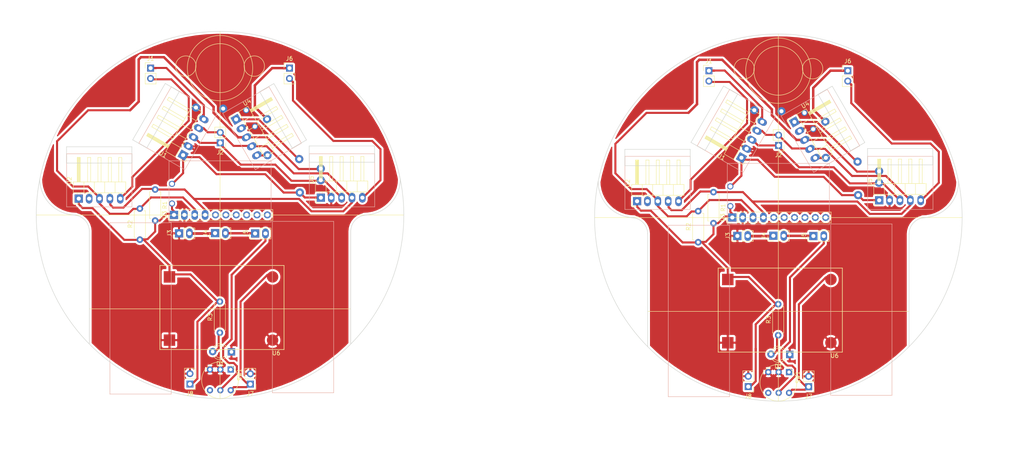
<source format=kicad_pcb>
(kicad_pcb (version 20171130) (host pcbnew 5.1.5-52549c5~84~ubuntu18.04.1)
  (layers (0 F.Cu signal) (31 B.Cu signal) (34 B.Paste user) (35 F.Paste user) (36 B.SilkS user) (37 F.SilkS user) (38 B.Mask user) (39 F.Mask user) (44 Edge.Cuts user))
  (net 0 "")
  (net 1 "Net-(D1-Pad2)")
  (net 2 "Net-(J1-Pad2)")
  (net 3 "Net-(J1-Pad1)")
  (net 4 "Net-(J2-Pad2)")
  (net 5 "Net-(J2-Pad1)")
  (net 6 "Net-(J3-Pad2)")
  (net 7 "Net-(J4-Pad2)")
  (net 8 "Net-(SW1-Pad4)")
  (net 9 "Net-(J8-Pad1)")
  (net 10 "Net-(J7-Pad1)")
  (net 11 "Net-(SW1-Pad1)")
  (net 12 "Net-(U3-Pad10)")
  (net 13 "Net-(U3-Pad9)")
  (net 14 "Net-(U3-Pad8)")
  (net 15 "Net-(U3-Pad7)")
  (net 16 "Net-(U3-Pad6)")
  (net 17 "Net-(U3-Pad5)")
  (net 18 "Net-(J6-Pad2)")
  (net 19 "Net-(J6-Pad1)")
  (net 20 GND)
  (net 21 "Net-(J5-Pad2)")
  (module Resistor_THT:R_Axial_DIN0207_L6.3mm_D2.5mm_P7.62mm_Horizontal (layer F.Cu) (at 215.85174 118.68404 90)
    (fp_text reference R3 (at 3.81 -2.37 90) (layer F.SilkS))
    (fp_text value 470)
    (pad 1 thru_hole circle (at 0 0 90) (size 1.6 1.6) (drill 0.8) (layers *.Cu *.Mask) (net 1 "Net-(D1-Pad2)"))
    (pad 2 thru_hole oval (at 7.62 0 90) (size 1.6 1.6) (drill 0.8) (layers *.Cu *.Mask) (net 9 "Net-(J8-Pad1)"))
  )
  (module Connector_PinHeader_2.54mm:PinHeader_1x02_P2.54mm_Vertical (layer F.Cu) (at 198.898 53.84)
    (fp_text reference J1 (at 0 -2.33) (layer F.SilkS))
    (fp_text value X1X2)
    (pad 1 thru_hole rect (at 0 0) (size 1.7 1.7) (drill 1) (layers *.Cu *.Mask) (net 3 "Net-(J1-Pad1)"))
    (pad 2 thru_hole oval (at 0 2.54) (size 1.7 1.7) (drill 1) (layers *.Cu *.Mask) (net 2 "Net-(J1-Pad2)"))
  )
  (module Connector_PinHeader_2.54mm:PinHeader_1x02_P2.54mm_Vertical (layer F.Cu) (at 215.9508 72.1614 180)
    (fp_text reference J2 (at 0 -2.33) (layer F.SilkS))
    (fp_text value I2C)
    (pad 1 thru_hole rect (at 0 0 180) (size 1.7 1.7) (drill 1) (layers *.Cu *.Mask) (net 5 "Net-(J2-Pad1)"))
    (pad 2 thru_hole oval (at 0 2.54 180) (size 1.7 1.7) (drill 1) (layers *.Cu *.Mask) (net 4 "Net-(J2-Pad2)"))
  )
  (module Connector_PinHeader_2.54mm:PinHeader_1x02_P2.54mm_Vertical (layer F.Cu) (at 224.48012 94.36608 90)
    (fp_text reference J5 (at 0 -2.33 90) (layer F.SilkS))
    (fp_text value CELL_1)
    (pad 1 thru_hole rect (at 0 0 90) (size 2 2) (drill 1) (layers *.Cu *.Mask) (net 7 "Net-(J4-Pad2)"))
    (pad 2 thru_hole oval (at 0 2.54 90) (size 2.4 1.6) (drill 1) (layers *.Cu *.Mask) (net 21 "Net-(J5-Pad2)"))
  )
  (module Connector_PinHeader_2.54mm:PinHeader_1x05_P2.54mm_Horizontal (layer F.Cu) (at 181.3052 85.8266 90)
    (fp_text reference U2 (at 4.385 -2.27 90) (layer F.SilkS))
    (fp_text value vlx)
    (pad 1 thru_hole rect (at 0 0 90) (size 2 2) (drill 1) (layers *.Cu *.Mask) (net 9 "Net-(J8-Pad1)"))
    (pad 2 thru_hole oval (at 0 2.54 90) (size 2.4 1.6) (drill 1) (layers *.Cu *.Mask) (net 20 GND))
    (pad 3 thru_hole oval (at 0 5.08 90) (size 2.4 1.6) (drill 1) (layers *.Cu *.Mask) (net 5 "Net-(J2-Pad1)"))
    (pad 4 thru_hole oval (at 0 7.62 90) (size 2.4 1.6) (drill 1) (layers *.Cu *.Mask) (net 4 "Net-(J2-Pad2)"))
    (pad 5 thru_hole oval (at 0 10.16 90) (size 2.4 1.6) (drill 1) (layers *.Cu *.Mask) (net 2 "Net-(J1-Pad2)"))
  )
  (module BluePill:DPDT (layer F.Cu) (at 218.51112 127.71628 270)
    (fp_text reference SW1 (at 1.27 -2.2 90) (layer F.SilkS))
    (fp_text value SW_Push_DPDT)
    (pad 1 thru_hole rect (at 0 0 270) (size 1.524 1.524) (drill 0.8128) (layers *.Cu *.Mask) (net 11 "Net-(SW1-Pad1)"))
    (pad 2 thru_hole circle (at 0 2.54 270) (size 1.524 1.524) (drill 0.8128) (layers *.Cu *.Mask) (net 20 GND))
    (pad 3 thru_hole circle (at 0 5.08 270) (size 1.524 1.524) (drill 0.8128) (layers *.Cu *.Mask) (net 20 GND))
    (pad 4 thru_hole circle (at 5.08 5.08 270) (size 1.524 1.524) (drill 0.8128) (layers *.Cu *.Mask) (net 8 "Net-(SW1-Pad4)"))
    (pad 5 thru_hole circle (at 5.08 2.54 270) (size 1.524 1.524) (drill 0.8128) (layers *.Cu *.Mask) (net 21 "Net-(J5-Pad2)"))
    (pad 6 thru_hole circle (at 5.08 0 270) (size 1.524 1.524) (drill 0.8128) (layers *.Cu *.Mask) (net 10 "Net-(J7-Pad1)"))
  )
  (module Connector_PinHeader_2.54mm:PinHeader_1x02_P2.54mm_Vertical (layer F.Cu) (at 205.86192 94.34068 90)
    (fp_text reference J3 (at 0 -2.33 90) (layer F.SilkS))
    (fp_text value CELL_3)
    (pad 1 thru_hole rect (at 0 0 90) (size 2 2) (drill 1) (layers *.Cu *.Mask) (net 20 GND))
    (pad 2 thru_hole oval (at 0 2.54 90) (size 2.4 1.6) (drill 1) (layers *.Cu *.Mask) (net 6 "Net-(J3-Pad2)"))
  )
  (module Connector_PinHeader_2.54mm:PinHeader_1x05_P2.54mm_Horizontal (layer F.Cu) (at 240.5888 85.598 90)
    (fp_text reference U5 (at 4.385 -2.27 90) (layer F.SilkS))
    (fp_text value vlx)
    (pad 1 thru_hole rect (at 0 0 90) (size 2 2) (drill 1) (layers *.Cu *.Mask) (net 9 "Net-(J8-Pad1)"))
    (pad 2 thru_hole oval (at 0 2.54 90) (size 2.4 1.6) (drill 1) (layers *.Cu *.Mask) (net 20 GND))
    (pad 3 thru_hole oval (at 0 5.08 90) (size 2.4 1.6) (drill 1) (layers *.Cu *.Mask) (net 5 "Net-(J2-Pad1)"))
    (pad 4 thru_hole oval (at 0 7.62 90) (size 2.4 1.6) (drill 1) (layers *.Cu *.Mask) (net 4 "Net-(J2-Pad2)"))
    (pad 5 thru_hole oval (at 0 10.16 90) (size 2.4 1.6) (drill 1) (layers *.Cu *.Mask) (net 18 "Net-(J6-Pad2)"))
  )
  (module Connector_PinHeader_2.54mm:PinHeader_1x02_P2.54mm_Vertical (layer F.Cu) (at 223.31172 131.29768 180)
    (fp_text reference J7 (at 0 -2.33) (layer F.SilkS))
    (fp_text value 12V_RAIL)
    (pad 1 thru_hole rect (at 0 0 180) (size 1.7 1.7) (drill 1) (layers *.Cu *.Mask) (net 10 "Net-(J7-Pad1)"))
    (pad 2 thru_hole oval (at 0 2.54 180) (size 1.7 1.7) (drill 1) (layers *.Cu *.Mask) (net 20 GND))
  )
  (module Connector_PinHeader_2.54mm:PinHeader_1x05_P2.54mm_Horizontal (layer F.Cu) (at 206.8576 75.1586 150)
    (fp_text reference U1 (at 4.385 -2.27 150) (layer F.SilkS))
    (fp_text value vlx)
    (pad 1 thru_hole rect (at 0 0 150) (size 2 2) (drill 1) (layers *.Cu *.Mask) (net 9 "Net-(J8-Pad1)"))
    (pad 2 thru_hole oval (at 0 2.54 150) (size 2.4 1.6) (drill 1) (layers *.Cu *.Mask) (net 20 GND))
    (pad 3 thru_hole oval (at 0 5.08 150) (size 2.4 1.6) (drill 1) (layers *.Cu *.Mask) (net 5 "Net-(J2-Pad1)"))
    (pad 4 thru_hole oval (at 0 7.62 150) (size 2.4 1.6) (drill 1) (layers *.Cu *.Mask) (net 4 "Net-(J2-Pad2)"))
    (pad 5 thru_hole oval (at 0 10.16 150) (size 2.4 1.6) (drill 1) (layers *.Cu *.Mask) (net 3 "Net-(J1-Pad1)"))
  )
  (module LED_THT:LED_D3.0mm (layer F.Cu) (at 217.21064 123.35002 180)
    (fp_text reference D1 (at 1.27 -2.96) (layer F.SilkS))
    (fp_text value BLUE)
    (pad 1 thru_hole rect (at -1.47828 -0.04826 180) (size 1.8 1.8) (drill 0.9) (layers *.Cu *.Mask) (net 20 GND))
    (pad 2 thru_hole circle (at 3.11912 0.02794 180) (size 1.8 1.8) (drill 0.9) (layers *.Cu *.Mask) (net 1 "Net-(D1-Pad2)"))
  )
  (module Resistor_THT:R_Axial_DIN0207_L6.3mm_D2.5mm_P7.62mm_Horizontal (layer F.Cu) (at 196.2658 95.885 90)
    (fp_text reference R2 (at 3.81 -2.37 90) (layer F.SilkS))
    (fp_text value 10k)
    (pad 1 thru_hole circle (at 0 0 90) (size 1.6 1.6) (drill 0.8) (layers *.Cu *.Mask) (net 9 "Net-(J8-Pad1)"))
    (pad 2 thru_hole oval (at 7.62 0 90) (size 1.6 1.6) (drill 0.8) (layers *.Cu *.Mask) (net 5 "Net-(J2-Pad1)"))
  )
  (module Buck:Buck (layer F.Cu) (at 231.56672 122.81408 180)
    (fp_text reference U6 (at 1.905 -0.889) (layer F.SilkS))
    (fp_text value Buck)
    (pad 1 smd circle (at 2.8 2.3 180) (size 2.8 2.8) (layers F.Cu F.Paste F.Mask) (net 20 GND))
    (pad 2 smd circle (at 2.8 17.8 180) (size 2.8 2.8) (layers F.Cu F.Paste F.Mask) (net 10 "Net-(J7-Pad1)"))
    (pad 3 smd rect (at 28.0532 2.3 180) (size 2.8 2.8) (layers F.Cu F.Paste F.Mask) (net 20 GND))
    (pad 4 smd rect (at 28.0532 17.8 180) (size 2.8 2.8) (layers F.Cu F.Paste F.Mask) (net 9 "Net-(J8-Pad1)"))
  )
  (module Connector_PinHeader_2.54mm:PinHeader_1x10_P2.54mm_Vertical (layer F.Cu) (at 204.6224 89.8144 90)
    (fp_text reference U3 (at 0 -2.33 90) (layer F.SilkS))
    (fp_text value MPU9250)
    (pad 1 thru_hole rect (at 0 0 90) (size 2 2) (drill 1) (layers *.Cu *.Mask) (net 9 "Net-(J8-Pad1)"))
    (pad 2 thru_hole oval (at 0 2.54 90) (size 2.4 1.6) (drill 1) (layers *.Cu *.Mask) (net 20 GND))
    (pad 3 thru_hole oval (at 0 5.08 90) (size 2.4 1.6) (drill 1) (layers *.Cu *.Mask) (net 5 "Net-(J2-Pad1)"))
    (pad 4 thru_hole oval (at 0 7.62 90) (size 2.4 1.6) (drill 1) (layers *.Cu *.Mask) (net 4 "Net-(J2-Pad2)"))
    (pad 5 thru_hole oval (at 0 10.16 90) (size 1.7 1.7) (drill 1) (layers *.Cu *.Mask) (net 17 "Net-(U3-Pad5)"))
    (pad 6 thru_hole oval (at 0 12.7 90) (size 1.7 1.7) (drill 1) (layers *.Cu *.Mask) (net 16 "Net-(U3-Pad6)"))
    (pad 7 thru_hole oval (at 0 15.24 90) (size 1.7 1.7) (drill 1) (layers *.Cu *.Mask) (net 15 "Net-(U3-Pad7)"))
    (pad 8 thru_hole oval (at 0 17.78 90) (size 1.7 1.7) (drill 1) (layers *.Cu *.Mask) (net 14 "Net-(U3-Pad8)"))
    (pad 9 thru_hole oval (at 0 20.32 90) (size 1.7 1.7) (drill 1) (layers *.Cu *.Mask) (net 13 "Net-(U3-Pad9)"))
    (pad 10 thru_hole oval (at 0 22.86 90) (size 1.7 1.7) (drill 1) (layers *.Cu *.Mask) (net 12 "Net-(U3-Pad10)"))
  )
  (module Connector_PinHeader_2.54mm:PinHeader_1x05_P2.54mm_Horizontal (layer F.Cu) (at 219.837 66.3956 30)
    (fp_text reference U4 (at 4.385 -2.27 30) (layer F.SilkS))
    (fp_text value vlx)
    (pad 1 thru_hole rect (at 0 0 30) (size 2 2) (drill 1) (layers *.Cu *.Mask) (net 9 "Net-(J8-Pad1)"))
    (pad 2 thru_hole oval (at 0 2.54 30) (size 2.4 1.6) (drill 1) (layers *.Cu *.Mask) (net 20 GND))
    (pad 3 thru_hole oval (at 0 5.08 30) (size 2.4 1.6) (drill 1) (layers *.Cu *.Mask) (net 5 "Net-(J2-Pad1)"))
    (pad 4 thru_hole oval (at 0 7.62 30) (size 2.4 1.6) (drill 1) (layers *.Cu *.Mask) (net 4 "Net-(J2-Pad2)"))
    (pad 5 thru_hole oval (at 0 10.16 30) (size 2.4 1.6) (drill 1) (layers *.Cu *.Mask) (net 19 "Net-(J6-Pad1)"))
  )
  (module Connector_PinHeader_2.54mm:PinHeader_1x02_P2.54mm_Vertical (layer F.Cu) (at 214.67572 94.28988 90)
    (fp_text reference J4 (at 0 -2.33 90) (layer F.SilkS))
    (fp_text value CELL_2)
    (pad 1 thru_hole rect (at 0 0 90) (size 2 2) (drill 1) (layers *.Cu *.Mask) (net 6 "Net-(J3-Pad2)"))
    (pad 2 thru_hole oval (at 0 2.54 90) (size 2.4 1.6) (drill 1) (layers *.Cu *.Mask) (net 7 "Net-(J4-Pad2)"))
  )
  (module Resistor_THT:R_Axial_DIN0207_L6.3mm_D2.5mm_P7.62mm_Horizontal (layer F.Cu) (at 200.01484 83.59648 270)
    (fp_text reference R1 (at 3.81 -2.37 90) (layer F.SilkS))
    (fp_text value 10k)
    (pad 1 thru_hole circle (at 0 0 270) (size 1.6 1.6) (drill 0.8) (layers *.Cu *.Mask) (net 4 "Net-(J2-Pad2)"))
    (pad 2 thru_hole oval (at 7.62 0 270) (size 1.6 1.6) (drill 0.8) (layers *.Cu *.Mask) (net 9 "Net-(J8-Pad1)"))
  )
  (module Connector_PinHeader_2.54mm:PinHeader_1x02_P2.54mm_Vertical (layer F.Cu) (at 232.898 53.84)
    (fp_text reference J6 (at 0 -2.33) (layer F.SilkS))
    (fp_text value X3X4)
    (pad 1 thru_hole rect (at 0 0) (size 1.7 1.7) (drill 1) (layers *.Cu *.Mask) (net 19 "Net-(J6-Pad1)"))
    (pad 2 thru_hole oval (at 0 2.54) (size 1.7 1.7) (drill 1) (layers *.Cu *.Mask) (net 18 "Net-(J6-Pad2)"))
  )
  (module Connector_PinHeader_2.54mm:PinHeader_1x02_P2.54mm_Vertical (layer F.Cu) (at 208.52892 131.27228 180)
    (fp_text reference J8 (at 0 -2.33) (layer F.SilkS))
    (fp_text value +5V_RAIL)
    (pad 1 thru_hole rect (at 0 0 180) (size 1.7 1.7) (drill 1) (layers *.Cu *.Mask) (net 9 "Net-(J8-Pad1)"))
    (pad 2 thru_hole oval (at 0 2.54 180) (size 1.7 1.7) (drill 1) (layers *.Cu *.Mask) (net 20 GND))
  )
  (module BluePill:DPDT (layer F.Cu) (at 81.80832 127.08128 270)
    (fp_text reference SW1 (at 1.27 -2.2 90) (layer F.SilkS))
    (fp_text value SW_Push_DPDT)
    (pad 6 thru_hole circle (at 5.08 0 270) (size 1.524 1.524) (drill 0.8128) (layers *.Cu *.Mask) (net 10 "Net-(J7-Pad1)"))
    (pad 5 thru_hole circle (at 5.08 2.54 270) (size 1.524 1.524) (drill 0.8128) (layers *.Cu *.Mask) (net 21 "Net-(J5-Pad2)"))
    (pad 4 thru_hole circle (at 5.08 5.08 270) (size 1.524 1.524) (drill 0.8128) (layers *.Cu *.Mask) (net 8 "Net-(SW1-Pad4)"))
    (pad 3 thru_hole circle (at 0 5.08 270) (size 1.524 1.524) (drill 0.8128) (layers *.Cu *.Mask) (net 20 GND))
    (pad 2 thru_hole circle (at 0 2.54 270) (size 1.524 1.524) (drill 0.8128) (layers *.Cu *.Mask) (net 20 GND))
    (pad 1 thru_hole rect (at 0 0 270) (size 1.524 1.524) (drill 0.8128) (layers *.Cu *.Mask) (net 11 "Net-(SW1-Pad1)"))
  )
  (module Buck:Buck (layer F.Cu) (at 94.86392 122.17908 180)
    (fp_text reference U6 (at 1.905 -0.889) (layer F.SilkS))
    (fp_text value Buck)
    (pad 4 smd rect (at 28.0532 17.8 180) (size 2.8 2.8) (layers F.Cu F.Paste F.Mask) (net 9 "Net-(J8-Pad1)"))
    (pad 3 smd rect (at 28.0532 2.3 180) (size 2.8 2.8) (layers F.Cu F.Paste F.Mask) (net 20 GND))
    (pad 2 smd circle (at 2.8 17.8 180) (size 2.8 2.8) (layers F.Cu F.Paste F.Mask) (net 10 "Net-(J7-Pad1)"))
    (pad 1 smd circle (at 2.8 2.3 180) (size 2.8 2.8) (layers F.Cu F.Paste F.Mask) (net 20 GND))
  )
  (module Connector_PinHeader_2.54mm:PinHeader_1x05_P2.54mm_Horizontal (layer F.Cu) (at 103.886 84.963 90)
    (fp_text reference U5 (at 4.385 -2.27 90) (layer F.SilkS))
    (fp_text value vlx)
    (pad 5 thru_hole oval (at 0 10.16 90) (size 2.4 1.6) (drill 1) (layers *.Cu *.Mask) (net 18 "Net-(J6-Pad2)"))
    (pad 4 thru_hole oval (at 0 7.62 90) (size 2.4 1.6) (drill 1) (layers *.Cu *.Mask) (net 4 "Net-(J2-Pad2)"))
    (pad 3 thru_hole oval (at 0 5.08 90) (size 2.4 1.6) (drill 1) (layers *.Cu *.Mask) (net 5 "Net-(J2-Pad1)"))
    (pad 2 thru_hole oval (at 0 2.54 90) (size 2.4 1.6) (drill 1) (layers *.Cu *.Mask) (net 20 GND))
    (pad 1 thru_hole rect (at 0 0 90) (size 2 2) (drill 1) (layers *.Cu *.Mask) (net 9 "Net-(J8-Pad1)"))
  )
  (module Connector_PinHeader_2.54mm:PinHeader_1x05_P2.54mm_Horizontal (layer F.Cu) (at 83.1342 65.7606 30)
    (fp_text reference U4 (at 4.385 -2.27 30) (layer F.SilkS))
    (fp_text value vlx)
    (pad 5 thru_hole oval (at 0 10.16 30) (size 2.4 1.6) (drill 1) (layers *.Cu *.Mask) (net 19 "Net-(J6-Pad1)"))
    (pad 4 thru_hole oval (at 0 7.62 30) (size 2.4 1.6) (drill 1) (layers *.Cu *.Mask) (net 4 "Net-(J2-Pad2)"))
    (pad 3 thru_hole oval (at 0 5.08 30) (size 2.4 1.6) (drill 1) (layers *.Cu *.Mask) (net 5 "Net-(J2-Pad1)"))
    (pad 2 thru_hole oval (at 0 2.54 30) (size 2.4 1.6) (drill 1) (layers *.Cu *.Mask) (net 20 GND))
    (pad 1 thru_hole rect (at 0 0 30) (size 2 2) (drill 1) (layers *.Cu *.Mask) (net 9 "Net-(J8-Pad1)"))
  )
  (module Connector_PinHeader_2.54mm:PinHeader_1x05_P2.54mm_Horizontal (layer F.Cu) (at 44.6024 85.1916 90)
    (fp_text reference U2 (at 4.385 -2.27 90) (layer F.SilkS))
    (fp_text value vlx)
    (pad 5 thru_hole oval (at 0 10.16 90) (size 2.4 1.6) (drill 1) (layers *.Cu *.Mask) (net 2 "Net-(J1-Pad2)"))
    (pad 4 thru_hole oval (at 0 7.62 90) (size 2.4 1.6) (drill 1) (layers *.Cu *.Mask) (net 4 "Net-(J2-Pad2)"))
    (pad 3 thru_hole oval (at 0 5.08 90) (size 2.4 1.6) (drill 1) (layers *.Cu *.Mask) (net 5 "Net-(J2-Pad1)"))
    (pad 2 thru_hole oval (at 0 2.54 90) (size 2.4 1.6) (drill 1) (layers *.Cu *.Mask) (net 20 GND))
    (pad 1 thru_hole rect (at 0 0 90) (size 2 2) (drill 1) (layers *.Cu *.Mask) (net 9 "Net-(J8-Pad1)"))
  )
  (module Connector_PinHeader_2.54mm:PinHeader_1x05_P2.54mm_Horizontal (layer F.Cu) (at 70.1548 74.5236 150)
    (fp_text reference U1 (at 4.385 -2.27 150) (layer F.SilkS))
    (fp_text value vlx)
    (pad 5 thru_hole oval (at 0 10.16 150) (size 2.4 1.6) (drill 1) (layers *.Cu *.Mask) (net 3 "Net-(J1-Pad1)"))
    (pad 4 thru_hole oval (at 0 7.62 150) (size 2.4 1.6) (drill 1) (layers *.Cu *.Mask) (net 4 "Net-(J2-Pad2)"))
    (pad 3 thru_hole oval (at 0 5.08 150) (size 2.4 1.6) (drill 1) (layers *.Cu *.Mask) (net 5 "Net-(J2-Pad1)"))
    (pad 2 thru_hole oval (at 0 2.54 150) (size 2.4 1.6) (drill 1) (layers *.Cu *.Mask) (net 20 GND))
    (pad 1 thru_hole rect (at 0 0 150) (size 2 2) (drill 1) (layers *.Cu *.Mask) (net 9 "Net-(J8-Pad1)"))
  )
  (module Connector_PinHeader_2.54mm:PinHeader_1x10_P2.54mm_Vertical (layer F.Cu) (at 67.9196 89.1794 90)
    (fp_text reference U3 (at 0 -2.33 90) (layer F.SilkS))
    (fp_text value MPU9250)
    (pad 10 thru_hole oval (at 0 22.86 90) (size 1.7 1.7) (drill 1) (layers *.Cu *.Mask) (net 12 "Net-(U3-Pad10)"))
    (pad 9 thru_hole oval (at 0 20.32 90) (size 1.7 1.7) (drill 1) (layers *.Cu *.Mask) (net 13 "Net-(U3-Pad9)"))
    (pad 8 thru_hole oval (at 0 17.78 90) (size 1.7 1.7) (drill 1) (layers *.Cu *.Mask) (net 14 "Net-(U3-Pad8)"))
    (pad 7 thru_hole oval (at 0 15.24 90) (size 1.7 1.7) (drill 1) (layers *.Cu *.Mask) (net 15 "Net-(U3-Pad7)"))
    (pad 6 thru_hole oval (at 0 12.7 90) (size 1.7 1.7) (drill 1) (layers *.Cu *.Mask) (net 16 "Net-(U3-Pad6)"))
    (pad 5 thru_hole oval (at 0 10.16 90) (size 1.7 1.7) (drill 1) (layers *.Cu *.Mask) (net 17 "Net-(U3-Pad5)"))
    (pad 4 thru_hole oval (at 0 7.62 90) (size 2.4 1.6) (drill 1) (layers *.Cu *.Mask) (net 4 "Net-(J2-Pad2)"))
    (pad 3 thru_hole oval (at 0 5.08 90) (size 2.4 1.6) (drill 1) (layers *.Cu *.Mask) (net 5 "Net-(J2-Pad1)"))
    (pad 2 thru_hole oval (at 0 2.54 90) (size 2.4 1.6) (drill 1) (layers *.Cu *.Mask) (net 20 GND))
    (pad 1 thru_hole rect (at 0 0 90) (size 2 2) (drill 1) (layers *.Cu *.Mask) (net 9 "Net-(J8-Pad1)"))
  )
  (module Connector_PinHeader_2.54mm:PinHeader_1x02_P2.54mm_Vertical (layer F.Cu) (at 71.82612 130.63728 180)
    (fp_text reference J8 (at 0 -2.33) (layer F.SilkS))
    (fp_text value +5V_RAIL)
    (pad 2 thru_hole oval (at 0 2.54 180) (size 1.7 1.7) (drill 1) (layers *.Cu *.Mask) (net 20 GND))
    (pad 1 thru_hole rect (at 0 0 180) (size 1.7 1.7) (drill 1) (layers *.Cu *.Mask) (net 9 "Net-(J8-Pad1)"))
  )
  (module Connector_PinHeader_2.54mm:PinHeader_1x02_P2.54mm_Vertical (layer F.Cu) (at 86.60892 130.66268 180)
    (fp_text reference J7 (at 0 -2.33) (layer F.SilkS))
    (fp_text value 12V_RAIL)
    (pad 2 thru_hole oval (at 0 2.54 180) (size 1.7 1.7) (drill 1) (layers *.Cu *.Mask) (net 20 GND))
    (pad 1 thru_hole rect (at 0 0 180) (size 1.7 1.7) (drill 1) (layers *.Cu *.Mask) (net 10 "Net-(J7-Pad1)"))
  )
  (module Resistor_THT:R_Axial_DIN0207_L6.3mm_D2.5mm_P7.62mm_Horizontal (layer F.Cu) (at 63.31204 82.96148 270)
    (fp_text reference R1 (at 3.81 -2.37 90) (layer F.SilkS))
    (fp_text value 10k)
    (pad 2 thru_hole oval (at 7.62 0 270) (size 1.6 1.6) (drill 0.8) (layers *.Cu *.Mask) (net 9 "Net-(J8-Pad1)"))
    (pad 1 thru_hole circle (at 0 0 270) (size 1.6 1.6) (drill 0.8) (layers *.Cu *.Mask) (net 4 "Net-(J2-Pad2)"))
  )
  (module Resistor_THT:R_Axial_DIN0207_L6.3mm_D2.5mm_P7.62mm_Horizontal (layer F.Cu) (at 59.563 95.25 90)
    (fp_text reference R2 (at 3.81 -2.37 90) (layer F.SilkS))
    (fp_text value 10k)
    (pad 2 thru_hole oval (at 7.62 0 90) (size 1.6 1.6) (drill 0.8) (layers *.Cu *.Mask) (net 5 "Net-(J2-Pad1)"))
    (pad 1 thru_hole circle (at 0 0 90) (size 1.6 1.6) (drill 0.8) (layers *.Cu *.Mask) (net 9 "Net-(J8-Pad1)"))
  )
  (module Resistor_THT:R_Axial_DIN0207_L6.3mm_D2.5mm_P7.62mm_Horizontal (layer F.Cu) (at 79.14894 118.04904 90)
    (fp_text reference R3 (at 3.81 -2.37 90) (layer F.SilkS))
    (fp_text value 470)
    (pad 2 thru_hole oval (at 7.62 0 90) (size 1.6 1.6) (drill 0.8) (layers *.Cu *.Mask) (net 9 "Net-(J8-Pad1)"))
    (pad 1 thru_hole circle (at 0 0 90) (size 1.6 1.6) (drill 0.8) (layers *.Cu *.Mask) (net 1 "Net-(D1-Pad2)"))
  )
  (module Connector_PinHeader_2.54mm:PinHeader_1x02_P2.54mm_Vertical (layer F.Cu) (at 79.248 71.5264 180)
    (fp_text reference J2 (at 0 -2.33) (layer F.SilkS))
    (fp_text value I2C)
    (pad 2 thru_hole oval (at 0 2.54 180) (size 1.7 1.7) (drill 1) (layers *.Cu *.Mask) (net 4 "Net-(J2-Pad2)"))
    (pad 1 thru_hole rect (at 0 0 180) (size 1.7 1.7) (drill 1) (layers *.Cu *.Mask) (net 5 "Net-(J2-Pad1)"))
  )
  (module Connector_PinHeader_2.54mm:PinHeader_1x02_P2.54mm_Vertical (layer F.Cu) (at 87.77732 93.73108 90)
    (fp_text reference J5 (at 0 -2.33 90) (layer F.SilkS))
    (fp_text value CELL_1)
    (pad 2 thru_hole oval (at 0 2.54 90) (size 2.4 1.6) (drill 1) (layers *.Cu *.Mask) (net 21 "Net-(J5-Pad2)"))
    (pad 1 thru_hole rect (at 0 0 90) (size 2 2) (drill 1) (layers *.Cu *.Mask) (net 7 "Net-(J4-Pad2)"))
  )
  (module Connector_PinHeader_2.54mm:PinHeader_1x02_P2.54mm_Vertical (layer F.Cu) (at 77.97292 93.65488 90)
    (fp_text reference J4 (at 0 -2.33 90) (layer F.SilkS))
    (fp_text value CELL_2)
    (pad 2 thru_hole oval (at 0 2.54 90) (size 2.4 1.6) (drill 1) (layers *.Cu *.Mask) (net 7 "Net-(J4-Pad2)"))
    (pad 1 thru_hole rect (at 0 0 90) (size 2 2) (drill 1) (layers *.Cu *.Mask) (net 6 "Net-(J3-Pad2)"))
  )
  (module Connector_PinHeader_2.54mm:PinHeader_1x02_P2.54mm_Vertical (layer F.Cu) (at 69.15912 93.70568 90)
    (fp_text reference J3 (at 0 -2.33 90) (layer F.SilkS))
    (fp_text value CELL_3)
    (pad 2 thru_hole oval (at 0 2.54 90) (size 2.4 1.6) (drill 1) (layers *.Cu *.Mask) (net 6 "Net-(J3-Pad2)"))
    (pad 1 thru_hole rect (at 0 0 90) (size 2 2) (drill 1) (layers *.Cu *.Mask) (net 20 GND))
  )
  (module Connector_PinHeader_2.54mm:PinHeader_1x02_P2.54mm_Vertical (layer F.Cu) (at 96.1952 53.205)
    (fp_text reference J6 (at 0 -2.33) (layer F.SilkS))
    (fp_text value X3X4)
    (pad 2 thru_hole oval (at 0 2.54) (size 1.7 1.7) (drill 1) (layers *.Cu *.Mask) (net 18 "Net-(J6-Pad2)"))
    (pad 1 thru_hole rect (at 0 0) (size 1.7 1.7) (drill 1) (layers *.Cu *.Mask) (net 19 "Net-(J6-Pad1)"))
  )
  (module Connector_PinHeader_2.54mm:PinHeader_1x02_P2.54mm_Vertical (layer F.Cu) (at 62.1952 53.205)
    (fp_text reference J1 (at 0 -2.33) (layer F.SilkS))
    (fp_text value X1X2)
    (pad 2 thru_hole oval (at 0 2.54) (size 1.7 1.7) (drill 1) (layers *.Cu *.Mask) (net 2 "Net-(J1-Pad2)"))
    (pad 1 thru_hole rect (at 0 0) (size 1.7 1.7) (drill 1) (layers *.Cu *.Mask) (net 3 "Net-(J1-Pad1)"))
  )
  (module LED_THT:LED_D3.0mm (layer F.Cu) (at 80.50784 122.71502 180)
    (fp_text reference D1 (at 1.27 -2.96) (layer F.SilkS))
    (fp_text value BLUE)
    (pad 2 thru_hole circle (at 3.11912 0.02794 180) (size 1.8 1.8) (drill 0.9) (layers *.Cu *.Mask) (net 1 "Net-(D1-Pad2)"))
    (pad 1 thru_hole rect (at -1.47828 -0.04826 180) (size 1.8 1.8) (drill 0.9) (layers *.Cu *.Mask) (net 20 GND))
  )
  (gr_line (start 194.3312 74.8332) (end 194.3312 87.8332) (layer B.SilkS) (width 0.12))
  (gr_line (start 237.7238 76.9134) (end 253.7238 76.9134) (layer Edge.Cuts) (width 0.12))
  (gr_line (start 170.898 89.84) (end 260.898 89.84) (layer F.SilkS) (width 0.12))
  (gr_line (start 203.4032 76.5556) (end 203.4032 91.5556) (layer B.SilkS) (width 0.12))
  (gr_line (start 194.3132 73.1166) (end 194.3132 77.1166) (layer Edge.Cuts) (width 0.12))
  (gr_line (start 227.8888 58.42) (end 235.8136 72.2376) (layer B.SilkS) (width 0.12))
  (gr_circle (center 215.898 53.84) (end 221.898 53.84) (layer F.SilkS) (width 0.12))
  (gr_line (start 228.71684 133.4008) (end 228.71684 91.4008) (layer B.SilkS) (width 0.12))
  (gr_circle (center 215.898 89.84) (end 260.898 89.84) (layer Edge.Cuts) (width 0.12))
  (gr_line (start 188.94044 133.731) (end 188.94044 91.731) (layer B.SilkS) (width 0.12))
  (gr_line (start 178.3132 77.1166) (end 194.3132 77.1166) (layer Edge.Cuts) (width 0.12))
  (gr_circle (center 215.898 130.34) (end 220.398 130.34) (layer F.SilkS) (width 0.12))
  (gr_line (start 205.95082 59.59062) (end 202.48118 57.5945) (layer Edge.Cuts) (width 0.12))
  (gr_line (start 183.89092 93.73108) (end 183.898 121.44) (layer Edge.Cuts) (width 0.12))
  (gr_line (start 203.94044 133.731) (end 203.94044 91.731) (layer B.SilkS) (width 0.12))
  (gr_line (start 178.3312 74.8332) (end 178.3312 87.8332) (layer B.SilkS) (width 0.12))
  (gr_circle (center 207.518 53.34) (end 210.018 53.34) (layer F.SilkS) (width 0.12))
  (gr_arc (start 180.6175 81.0025) (end 171.7675 81.0025) (angle -90) (layer Edge.Cuts) (width 0.12))
  (gr_circle (center 224.282 53.34) (end 226.782 53.34) (layer F.SilkS) (width 0.12))
  (gr_line (start 178.3132 73.1166) (end 194.3132 73.1166) (layer Edge.Cuts) (width 0.12))
  (gr_line (start 178.3132 73.1166) (end 178.3132 77.1166) (layer Edge.Cuts) (width 0.12))
  (gr_line (start 228.3968 76.5556) (end 228.3968 91.5556) (layer B.SilkS) (width 0.12))
  (gr_line (start 247.89892 93.80728) (end 247.898 121.44) (layer Edge.Cuts) (width 0.12))
  (gr_line (start 233.58094 73.44664) (end 237.05058 71.44512) (layer Edge.Cuts) (width 0.12))
  (gr_line (start 253.758 74.8332) (end 253.758 87.8332) (layer B.SilkS) (width 0.12))
  (gr_line (start 228.71684 133.4008) (end 243.71684 133.4008) (layer B.SilkS) (width 0.12))
  (gr_line (start 207.264 78.74) (end 215.2396 64.9224) (layer B.SilkS) (width 0.12))
  (gr_line (start 178.3312 74.8332) (end 194.3312 74.8332) (layer B.SilkS) (width 0.12))
  (gr_line (start 188.94044 91.731) (end 203.94044 91.731) (layer B.SilkS) (width 0.12))
  (gr_line (start 183.898 112.84) (end 247.898 112.84) (layer F.SilkS) (width 0.12))
  (gr_line (start 237.7238 72.9134) (end 237.7238 76.9134) (layer Edge.Cuts) (width 0.12))
  (gr_line (start 202.48118 57.5945) (end 194.50558 71.4121) (layer Edge.Cuts) (width 0.12))
  (gr_line (start 196.0372 72.2376) (end 203.962 58.42) (layer B.SilkS) (width 0.12))
  (gr_line (start 216.5604 64.9224) (end 227.838 58.42) (layer B.SilkS) (width 0.12))
  (gr_line (start 216.5604 64.9224) (end 224.536 78.74) (layer B.SilkS) (width 0.12))
  (gr_arc (start 179.8955 93.853) (end 183.895999 93.789501) (angle -89.1) (layer Edge.Cuts) (width 0.12))
  (gr_line (start 225.6028 59.62396) (end 233.5784 73.44156) (layer Edge.Cuts) (width 0.12))
  (gr_line (start 237.7238 72.9134) (end 253.7238 72.9134) (layer Edge.Cuts) (width 0.12))
  (gr_line (start 203.3968 91.5556) (end 228.3968 91.5556) (layer B.SilkS) (width 0.12))
  (gr_line (start 203.962 58.42) (end 215.2396 64.9224) (layer B.SilkS) (width 0.12))
  (gr_line (start 195.9864 72.2376) (end 207.264 78.74) (layer B.SilkS) (width 0.12))
  (gr_arc (start 251.904499 93.852999) (end 251.841 89.8525) (angle -89.1) (layer Edge.Cuts) (width 0.12))
  (gr_line (start 253.7238 72.9134) (end 253.7238 76.9134) (layer Edge.Cuts) (width 0.12))
  (gr_line (start 229.08768 57.63006) (end 237.06328 71.44766) (layer Edge.Cuts) (width 0.12))
  (gr_circle (center 215.898 53.84) (end 223.898 53.84) (layer F.SilkS) (width 0.12))
  (gr_line (start 215.898 44.84) (end 215.898 134.84) (layer F.SilkS) (width 0.12))
  (gr_line (start 203.3968 76.5556) (end 228.3968 76.5556) (layer B.SilkS) (width 0.12))
  (gr_line (start 225.60534 59.62396) (end 229.07498 57.62244) (layer Edge.Cuts) (width 0.12))
  (gr_line (start 228.71684 91.4008) (end 243.71684 91.4008) (layer B.SilkS) (width 0.12))
  (gr_line (start 178.3312 87.84) (end 194.3312 87.84) (layer B.SilkS) (width 0.12))
  (gr_line (start 237.758 74.8332) (end 253.7195 74.8332) (layer B.SilkS) (width 0.12))
  (gr_line (start 237.758 87.84) (end 253.758 87.84) (layer B.SilkS) (width 0.12))
  (gr_arc (start 251.1825 81.0025) (end 251.1825 89.8525) (angle -90) (layer Edge.Cuts) (width 0.12))
  (gr_line (start 205.93812 59.56808) (end 197.96252 73.38568) (layer Edge.Cuts) (width 0.12))
  (gr_line (start 197.96252 73.38568) (end 194.5005 71.41464) (layer Edge.Cuts) (width 0.12))
  (gr_line (start 188.94044 133.731) (end 203.94044 133.731) (layer B.SilkS) (width 0.12))
  (gr_line (start 237.758 74.8332) (end 237.758 87.8332) (layer B.SilkS) (width 0.12))
  (gr_line (start 243.71684 133.4008) (end 243.71684 91.4008) (layer B.SilkS) (width 0.12))
  (gr_line (start 224.536 78.74) (end 235.8136 72.2376) (layer B.SilkS) (width 0.12))
  (gr_line (start 92.01404 132.7658) (end 107.01404 132.7658) (layer B.SilkS) (width 0.12))
  (gr_line (start 92.01404 90.7658) (end 107.01404 90.7658) (layer B.SilkS) (width 0.12))
  (gr_line (start 107.01404 132.7658) (end 107.01404 90.7658) (layer B.SilkS) (width 0.12))
  (gr_line (start 92.01404 132.7658) (end 92.01404 90.7658) (layer B.SilkS) (width 0.12))
  (gr_line (start 67.23764 133.096) (end 67.23764 91.096) (layer B.SilkS) (width 0.12))
  (gr_line (start 52.23764 133.096) (end 52.23764 91.096) (layer B.SilkS) (width 0.12))
  (gr_line (start 52.23764 133.096) (end 67.23764 133.096) (layer B.SilkS) (width 0.12))
  (gr_line (start 52.23764 91.096) (end 67.23764 91.096) (layer B.SilkS) (width 0.12))
  (gr_line (start 88.9 58.98896) (end 96.8756 72.80656) (layer Edge.Cuts) (width 0.12))
  (gr_line (start 92.38488 56.99506) (end 100.36048 70.81266) (layer Edge.Cuts) (width 0.12))
  (gr_line (start 88.90254 58.98896) (end 92.37218 56.98744) (layer Edge.Cuts) (width 0.12))
  (gr_line (start 96.87814 72.81164) (end 100.34778 70.81012) (layer Edge.Cuts) (width 0.12))
  (gr_line (start 69.23532 58.93308) (end 61.25972 72.75068) (layer Edge.Cuts) (width 0.12))
  (gr_line (start 69.24802 58.95562) (end 65.77838 56.9595) (layer Edge.Cuts) (width 0.12))
  (gr_line (start 65.77838 56.9595) (end 57.80278 70.7771) (layer Edge.Cuts) (width 0.12))
  (gr_line (start 61.25972 72.75068) (end 57.7977 70.77964) (layer Edge.Cuts) (width 0.12))
  (gr_line (start 101.021 72.2784) (end 101.021 76.2784) (layer Edge.Cuts) (width 0.12))
  (gr_line (start 101.021 72.2784) (end 117.021 72.2784) (layer Edge.Cuts) (width 0.12))
  (gr_line (start 117.021 72.2784) (end 117.021 76.2784) (layer Edge.Cuts) (width 0.12))
  (gr_line (start 101.021 76.2784) (end 117.021 76.2784) (layer Edge.Cuts) (width 0.12))
  (gr_line (start 41.6104 76.4816) (end 57.6104 76.4816) (layer Edge.Cuts) (width 0.12))
  (gr_line (start 41.6104 72.4816) (end 41.6104 76.4816) (layer Edge.Cuts) (width 0.12))
  (gr_line (start 57.6104 72.4816) (end 57.6104 76.4816) (layer Edge.Cuts) (width 0.12))
  (gr_line (start 41.6104 72.4816) (end 57.6104 72.4816) (layer Edge.Cuts) (width 0.12))
  (gr_line (start 91.694 75.9206) (end 91.694 90.9206) (layer B.SilkS) (width 0.12))
  (gr_line (start 66.694 90.9206) (end 91.694 90.9206) (layer B.SilkS) (width 0.12))
  (gr_line (start 66.7004 75.9206) (end 66.7004 90.9206) (layer B.SilkS) (width 0.12))
  (gr_line (start 66.694 75.9206) (end 91.694 75.9206) (layer B.SilkS) (width 0.12))
  (gr_line (start 59.3344 71.6026) (end 67.2592 57.785) (layer B.SilkS) (width 0.12))
  (gr_line (start 70.5612 78.105) (end 78.5368 64.2874) (layer B.SilkS) (width 0.12))
  (gr_line (start 67.2592 57.785) (end 78.5368 64.2874) (layer B.SilkS) (width 0.12))
  (gr_line (start 59.2836 71.6026) (end 70.5612 78.105) (layer B.SilkS) (width 0.12))
  (gr_line (start 91.186 57.785) (end 99.1108 71.6026) (layer B.SilkS) (width 0.12))
  (gr_line (start 79.8576 64.2874) (end 91.1352 57.785) (layer B.SilkS) (width 0.12))
  (gr_line (start 79.8576 64.2874) (end 87.8332 78.105) (layer B.SilkS) (width 0.12))
  (gr_line (start 87.8332 78.105) (end 99.1108 71.6026) (layer B.SilkS) (width 0.12))
  (gr_circle (center 70.8152 52.705) (end 73.3152 52.705) (layer F.SilkS) (width 0.12))
  (gr_circle (center 87.5792 52.705) (end 90.0792 52.705) (layer F.SilkS) (width 0.12))
  (gr_circle (center 79.1952 53.205) (end 87.1952 53.205) (layer F.SilkS) (width 0.12))
  (gr_circle (center 79.1952 129.705) (end 83.6952 129.705) (layer F.SilkS) (width 0.12))
  (gr_circle (center 79.1952 53.205) (end 85.1952 53.205) (layer F.SilkS) (width 0.12))
  (gr_line (start 41.6284 74.1982) (end 57.6284 74.1982) (layer B.SilkS) (width 0.12))
  (gr_line (start 41.6284 87.205) (end 57.6284 87.205) (layer B.SilkS) (width 0.12))
  (gr_line (start 101.0552 74.1982) (end 117.0167 74.1982) (layer B.SilkS) (width 0.12))
  (gr_line (start 117.0552 74.1982) (end 117.0552 87.1982) (layer B.SilkS) (width 0.12))
  (gr_line (start 101.0552 74.1982) (end 101.0552 87.1982) (layer B.SilkS) (width 0.12))
  (gr_line (start 101.0552 87.205) (end 117.0552 87.205) (layer B.SilkS) (width 0.12))
  (gr_line (start 57.6284 74.1982) (end 57.6284 87.1982) (layer B.SilkS) (width 0.12))
  (gr_line (start 41.6284 74.1982) (end 41.6284 87.1982) (layer B.SilkS) (width 0.12))
  (gr_arc (start 115.201699 93.217999) (end 115.1382 89.2175) (angle -89.1) (layer Edge.Cuts) (width 0.12))
  (gr_arc (start 43.1927 93.218) (end 47.193199 93.154501) (angle -89.1) (layer Edge.Cuts) (width 0.12))
  (gr_arc (start 114.4797 80.3675) (end 114.4797 89.2175) (angle -90) (layer Edge.Cuts) (width 0.12))
  (gr_arc (start 43.9147 80.3675) (end 35.0647 80.3675) (angle -90) (layer Edge.Cuts) (width 0.12))
  (gr_line (start 111.19612 93.17228) (end 111.1952 120.805) (layer Edge.Cuts) (width 0.12))
  (gr_line (start 47.18812 93.09608) (end 47.1952 120.805) (layer Edge.Cuts) (width 0.12))
  (gr_line (start 47.1952 112.205) (end 111.1952 112.205) (layer F.SilkS) (width 0.12))
  (gr_line (start 34.1952 89.205) (end 124.1952 89.205) (layer F.SilkS) (width 0.12))
  (gr_line (start 79.1952 44.205) (end 79.1952 134.205) (layer F.SilkS) (width 0.12))
  (gr_circle (center 79.1952 89.205) (end 124.1952 89.205) (layer Edge.Cuts) (width 0.12))
  (segment (start 77.90688 122.62104) (end 77.87132 122.58548) (width 0.6) (layer F.Cu) (net 1))
  (segment (start 78.867839 121.815021) (end 78.867839 118.464761) (width 0.5) (layer F.Cu) (net 1))
  (segment (start 77.96784 122.71502) (end 78.867839 121.815021) (width 0.5) (layer F.Cu) (net 1))
  (segment (start 78.867839 118.464761) (end 79.16672 118.16588) (width 0.5) (layer F.Cu) (net 1))
  (segment (start 215.570639 119.099761) (end 215.86952 118.80088) (width 0.5) (layer F.Cu) (net 1))
  (segment (start 214.60968 123.25604) (end 214.57412 123.22048) (width 0.6) (layer F.Cu) (net 1))
  (segment (start 214.67064 123.35002) (end 215.570639 122.450021) (width 0.5) (layer F.Cu) (net 1))
  (segment (start 215.570639 122.450021) (end 215.570639 119.099761) (width 0.5) (layer F.Cu) (net 1))
  (segment (start 54.7624 85.1916) (end 57.69356 82.26044) (width 0.5) (layer F.Cu) (net 2))
  (segment (start 57.69356 82.26044) (end 57.69356 82.2198) (width 0.5) (layer F.Cu) (net 2))
  (segment (start 57.69356 79.92364) (end 71.53402 66.08318) (width 0.5) (layer F.Cu) (net 2))
  (segment (start 71.53402 66.08318) (end 71.53402 60.23102) (width 0.5) (layer F.Cu) (net 2))
  (segment (start 71.53402 60.23102) (end 67.25158 55.94858) (width 0.5) (layer F.Cu) (net 2))
  (segment (start 67.25158 55.94858) (end 62.36716 55.94858) (width 0.5) (layer F.Cu) (net 2))
  (segment (start 57.69356 82.2198) (end 57.69356 79.92364) (width 0.5) (layer F.Cu) (net 2))
  (segment (start 208.23682 60.86602) (end 203.95438 56.58358) (width 0.5) (layer F.Cu) (net 2))
  (segment (start 203.95438 56.58358) (end 199.06996 56.58358) (width 0.5) (layer F.Cu) (net 2))
  (segment (start 194.39636 82.8548) (end 194.39636 80.55864) (width 0.5) (layer F.Cu) (net 2))
  (segment (start 194.39636 80.55864) (end 208.23682 66.71818) (width 0.5) (layer F.Cu) (net 2))
  (segment (start 194.39636 82.89544) (end 194.39636 82.8548) (width 0.5) (layer F.Cu) (net 2))
  (segment (start 208.23682 66.71818) (end 208.23682 60.86602) (width 0.5) (layer F.Cu) (net 2))
  (segment (start 191.4652 85.8266) (end 194.39636 82.89544) (width 0.5) (layer F.Cu) (net 2))
  (segment (start 62.1952 53.205) (end 63.5452 53.205) (width 0.5) (layer F.Cu) (net 3))
  (segment (start 75.01382 64.67362) (end 75.01382 65.55232) (width 0.5) (layer F.Cu) (net 3))
  (segment (start 75.2348 65.724782) (end 75.2348 62.33414) (width 0.5) (layer F.Cu) (net 3))
  (segment (start 75.2348 62.33414) (end 66.06032 53.15966) (width 0.5) (layer F.Cu) (net 3))
  (segment (start 66.06032 53.15966) (end 62.65418 53.15966) (width 0.5) (layer F.Cu) (net 3))
  (segment (start 198.898 53.84) (end 200.248 53.84) (width 0.5) (layer F.Cu) (net 3))
  (segment (start 211.71662 65.30862) (end 211.71662 66.18732) (width 0.5) (layer F.Cu) (net 3))
  (segment (start 211.9376 62.96914) (end 202.76312 53.79466) (width 0.5) (layer F.Cu) (net 3))
  (segment (start 211.9376 66.359782) (end 211.9376 62.96914) (width 0.5) (layer F.Cu) (net 3))
  (segment (start 202.76312 53.79466) (end 199.35698 53.79466) (width 0.5) (layer F.Cu) (net 3))
  (segment (start 75.5396 87.977319) (end 72.830081 85.2678) (width 0.5) (layer F.Cu) (net 4))
  (segment (start 75.5396 89.1794) (end 75.5396 87.977319) (width 0.5) (layer F.Cu) (net 4))
  (segment (start 57.5056 85.4202) (end 55.5498 87.376) (width 0.5) (layer F.Cu) (net 4))
  (segment (start 55.5498 87.376) (end 53.0098 87.376) (width 0.5) (layer F.Cu) (net 4))
  (segment (start 53.0098 87.376) (end 52.324 86.6902) (width 0.5) (layer F.Cu) (net 4))
  (segment (start 52.324 86.6902) (end 52.324 85.2424) (width 0.5) (layer F.Cu) (net 4))
  (segment (start 75.166881 67.924486) (end 76.172915 68.93052) (width 0.5) (layer F.Cu) (net 4))
  (segment (start 73.9648 67.924486) (end 75.166881 67.924486) (width 0.5) (layer F.Cu) (net 4))
  (segment (start 76.172915 68.93052) (end 79.21752 68.93052) (width 0.5) (layer F.Cu) (net 4))
  (segment (start 79.248 68.9864) (end 82.52714 72.26554) (width 0.5) (layer F.Cu) (net 4))
  (segment (start 82.52714 72.26554) (end 87.08898 72.26554) (width 0.5) (layer F.Cu) (net 4))
  (segment (start 87.08898 72.26554) (end 86.90102 72.26554) (width 0.5) (layer F.Cu) (net 4))
  (segment (start 86.90102 72.26554) (end 86.87054 72.29602) (width 0.5) (layer F.Cu) (net 4))
  (segment (start 86.87054 72.29602) (end 86.87054 72.31126) (width 0.5) (layer F.Cu) (net 4))
  (segment (start 111.4933 85.01634) (end 111.71682 84.79282) (width 0.5) (layer F.Cu) (net 4))
  (segment (start 111.71682 84.79282) (end 111.7727 84.79282) (width 0.5) (layer F.Cu) (net 4))
  (segment (start 111.506 84.963) (end 105.54462 79.00162) (width 0.5) (layer F.Cu) (net 4))
  (segment (start 105.54462 79.00162) (end 97.24644 79.00162) (width 0.5) (layer F.Cu) (net 4))
  (segment (start 97.24644 79.00162) (end 90.59164 72.34682) (width 0.5) (layer F.Cu) (net 4))
  (segment (start 90.59164 72.34682) (end 86.868 72.34682) (width 0.5) (layer F.Cu) (net 4))
  (segment (start 111.506 86.165081) (end 109.367981 88.3031) (width 0.5) (layer F.Cu) (net 4))
  (segment (start 111.506 84.963) (end 111.506 86.165081) (width 0.5) (layer F.Cu) (net 4))
  (segment (start 109.367981 88.3031) (end 101.58476 88.3031) (width 0.5) (layer F.Cu) (net 4))
  (segment (start 98.54946 85.2678) (end 72.830081 85.2678) (width 0.5) (layer F.Cu) (net 4))
  (segment (start 101.58476 88.3031) (end 98.54946 85.2678) (width 0.5) (layer F.Cu) (net 4))
  (segment (start 57.5056 85.4202) (end 57.5056 85.41258) (width 0.5) (layer F.Cu) (net 4))
  (segment (start 57.5056 85.41258) (end 60.1091 82.80908) (width 0.5) (layer F.Cu) (net 4))
  (segment (start 60.1091 82.80908) (end 63.42888 82.80908) (width 0.5) (layer F.Cu) (net 4))
  (segment (start 63.42888 82.80908) (end 63.44412 82.82432) (width 0.5) (layer F.Cu) (net 4))
  (segment (start 63.44412 82.82432) (end 63.44412 82.83956) (width 0.5) (layer F.Cu) (net 4))
  (segment (start 70.523761 82.96148) (end 72.830081 85.2678) (width 0.5) (layer F.Cu) (net 4))
  (segment (start 63.31204 82.96148) (end 70.523761 82.96148) (width 0.5) (layer F.Cu) (net 4))
  (segment (start 189.0268 87.3252) (end 189.0268 85.8774) (width 0.5) (layer F.Cu) (net 4))
  (segment (start 235.25226 85.9028) (end 209.532881 85.9028) (width 0.5) (layer F.Cu) (net 4))
  (segment (start 219.22994 72.90054) (end 223.79178 72.90054) (width 0.5) (layer F.Cu) (net 4))
  (segment (start 196.8119 83.44408) (end 200.13168 83.44408) (width 0.5) (layer F.Cu) (net 4))
  (segment (start 238.28756 88.9381) (end 235.25226 85.9028) (width 0.5) (layer F.Cu) (net 4))
  (segment (start 233.94924 79.63662) (end 227.29444 72.98182) (width 0.5) (layer F.Cu) (net 4))
  (segment (start 189.7126 88.011) (end 189.0268 87.3252) (width 0.5) (layer F.Cu) (net 4))
  (segment (start 248.2088 85.598) (end 242.24742 79.63662) (width 0.5) (layer F.Cu) (net 4))
  (segment (start 212.2424 89.8144) (end 212.2424 88.612319) (width 0.5) (layer F.Cu) (net 4))
  (segment (start 246.070781 88.9381) (end 238.28756 88.9381) (width 0.5) (layer F.Cu) (net 4))
  (segment (start 248.1961 85.65134) (end 248.41962 85.42782) (width 0.5) (layer F.Cu) (net 4))
  (segment (start 248.41962 85.42782) (end 248.4755 85.42782) (width 0.5) (layer F.Cu) (net 4))
  (segment (start 210.6676 68.559486) (end 211.869681 68.559486) (width 0.5) (layer F.Cu) (net 4))
  (segment (start 248.2088 85.598) (end 248.2088 86.800081) (width 0.5) (layer F.Cu) (net 4))
  (segment (start 227.29444 72.98182) (end 223.5708 72.98182) (width 0.5) (layer F.Cu) (net 4))
  (segment (start 200.14692 83.45932) (end 200.14692 83.47456) (width 0.5) (layer F.Cu) (net 4))
  (segment (start 215.9508 69.6214) (end 219.22994 72.90054) (width 0.5) (layer F.Cu) (net 4))
  (segment (start 223.57334 72.93102) (end 223.57334 72.94626) (width 0.5) (layer F.Cu) (net 4))
  (segment (start 200.01484 83.59648) (end 207.226561 83.59648) (width 0.5) (layer F.Cu) (net 4))
  (segment (start 192.2526 88.011) (end 189.7126 88.011) (width 0.5) (layer F.Cu) (net 4))
  (segment (start 223.60382 72.90054) (end 223.57334 72.93102) (width 0.5) (layer F.Cu) (net 4))
  (segment (start 248.2088 86.800081) (end 246.070781 88.9381) (width 0.5) (layer F.Cu) (net 4))
  (segment (start 194.2084 86.0552) (end 194.2084 86.04758) (width 0.5) (layer F.Cu) (net 4))
  (segment (start 200.13168 83.44408) (end 200.14692 83.45932) (width 0.5) (layer F.Cu) (net 4))
  (segment (start 211.869681 68.559486) (end 212.875715 69.56552) (width 0.5) (layer F.Cu) (net 4))
  (segment (start 207.226561 83.59648) (end 209.532881 85.9028) (width 0.5) (layer F.Cu) (net 4))
  (segment (start 212.2424 88.612319) (end 209.532881 85.9028) (width 0.5) (layer F.Cu) (net 4))
  (segment (start 223.79178 72.90054) (end 223.60382 72.90054) (width 0.5) (layer F.Cu) (net 4))
  (segment (start 242.24742 79.63662) (end 233.94924 79.63662) (width 0.5) (layer F.Cu) (net 4))
  (segment (start 212.875715 69.56552) (end 215.92032 69.56552) (width 0.5) (layer F.Cu) (net 4))
  (segment (start 194.2084 86.0552) (end 192.2526 88.011) (width 0.5) (layer F.Cu) (net 4))
  (segment (start 194.2084 86.04758) (end 196.8119 83.44408) (width 0.5) (layer F.Cu) (net 4))
  (segment (start 72.7456 70.2056) (end 72.7964 70.2056) (width 0.5) (layer F.Cu) (net 5))
  (segment (start 85.7758 70.2056) (end 85.3694 70.612) (width 0.5) (layer F.Cu) (net 5))
  (segment (start 49.6824 86.393681) (end 52.188719 88.9) (width 0.5) (layer F.Cu) (net 5))
  (segment (start 49.6824 85.1916) (end 49.6824 86.393681) (width 0.5) (layer F.Cu) (net 5))
  (segment (start 52.188719 88.9) (end 56.7436 88.9) (width 0.5) (layer F.Cu) (net 5))
  (segment (start 56.7436 88.9) (end 57.9374 87.7062) (width 0.5) (layer F.Cu) (net 5))
  (segment (start 57.9374 87.7062) (end 59.6392 87.7062) (width 0.5) (layer F.Cu) (net 5))
  (segment (start 59.6392 87.7062) (end 59.6392 87.6808) (width 0.5) (layer F.Cu) (net 5))
  (segment (start 59.6392 87.6808) (end 59.6138 87.6554) (width 0.5) (layer F.Cu) (net 5))
  (segment (start 59.6138 87.6554) (end 59.6138 87.63) (width 0.5) (layer F.Cu) (net 5))
  (segment (start 72.898 89.281) (end 72.8726 89.281) (width 0.5) (layer F.Cu) (net 5))
  (segment (start 79.248 71.5264) (end 74.24166 71.5264) (width 0.5) (layer F.Cu) (net 5))
  (segment (start 74.24166 71.5264) (end 73.04786 70.3326) (width 0.5) (layer F.Cu) (net 5))
  (segment (start 108.966 84.963) (end 104.82072 80.81772) (width 0.5) (layer F.Cu) (net 5))
  (segment (start 104.82072 80.81772) (end 103.55326 80.81772) (width 0.5) (layer F.Cu) (net 5))
  (segment (start 96.69018 80.81772) (end 92.73286 76.8604) (width 0.5) (layer F.Cu) (net 5))
  (segment (start 92.73286 76.8604) (end 84.26196 76.8604) (width 0.5) (layer F.Cu) (net 5))
  (segment (start 84.26196 76.8604) (end 79.14386 71.7423) (width 0.5) (layer F.Cu) (net 5))
  (segment (start 73.025 89.281) (end 73.0504 89.2556) (width 0.5) (layer F.Cu) (net 5))
  (segment (start 73.0504 89.3318) (end 73.0504 89.3064) (width 0.5) (layer F.Cu) (net 5))
  (segment (start 73.0758 89.3318) (end 73.0504 89.3318) (width 0.5) (layer F.Cu) (net 5))
  (segment (start 73.0504 89.3064) (end 73.025 89.281) (width 0.5) (layer F.Cu) (net 5))
  (segment (start 72.8218 87.63) (end 73.0758 87.884) (width 0.5) (layer F.Cu) (net 5))
  (segment (start 73.0758 87.884) (end 73.0758 89.3318) (width 0.5) (layer F.Cu) (net 5))
  (segment (start 59.563 87.63) (end 62.28334 84.90966) (width 0.5) (layer F.Cu) (net 5))
  (segment (start 62.28334 84.90966) (end 70.13956 84.90966) (width 0.5) (layer F.Cu) (net 5))
  (segment (start 73.0758 87.8459) (end 73.0758 87.884) (width 0.5) (layer F.Cu) (net 5))
  (segment (start 70.13956 84.90966) (end 73.0758 87.8459) (width 0.5) (layer F.Cu) (net 5))
  (segment (start 85.6742 70.160009) (end 83.611849 70.160009) (width 0.6) (layer F.Cu) (net 5))
  (segment (start 83.611849 70.160009) (end 77.61732 64.16548) (width 0.6) (layer F.Cu) (net 5))
  (segment (start 77.61732 64.16548) (end 77.61732 62.69228) (width 0.6) (layer F.Cu) (net 5))
  (segment (start 77.61732 62.69228) (end 65.45072 50.52568) (width 0.6) (layer F.Cu) (net 5))
  (segment (start 65.45072 50.52568) (end 59.83732 50.52568) (width 0.6) (layer F.Cu) (net 5))
  (segment (start 59.83732 50.52568) (end 59.27852 51.08448) (width 0.6) (layer F.Cu) (net 5))
  (segment (start 59.27852 51.08448) (end 59.27852 61.42228) (width 0.6) (layer F.Cu) (net 5))
  (segment (start 59.27852 61.42228) (end 57.17032 63.53048) (width 0.6) (layer F.Cu) (net 5))
  (segment (start 90.683209 70.160009) (end 85.6742 70.160009) (width 0.5) (layer F.Cu) (net 5))
  (segment (start 98.45548 77.93228) (end 90.683209 70.160009) (width 0.5) (layer F.Cu) (net 5))
  (segment (start 103.72852 77.93228) (end 98.45548 77.93228) (width 0.5) (layer F.Cu) (net 5))
  (via (at 103.85552 80.67548) (size 2) (drill 1) (layers F.Cu B.Cu) (net 5))
  (via (at 103.85552 77.83068) (size 2) (drill 1) (layers F.Cu B.Cu) (net 5))
  (segment (start 103.55326 80.81772) (end 96.69018 80.81772) (width 0.5) (layer F.Cu) (net 5))
  (segment (start 57.17032 63.53048) (end 46.90872 63.53048) (width 0.5) (layer F.Cu) (net 5))
  (segment (start 46.90872 63.53048) (end 39.82212 70.61708) (width 0.5) (layer F.Cu) (net 5))
  (segment (start 39.82212 70.61708) (end 39.79672 70.61708) (width 0.5) (layer F.Cu) (net 5))
  (segment (start 39.79672 70.61708) (end 39.28872 71.12508) (width 0.5) (layer F.Cu) (net 5))
  (segment (start 39.28872 71.12508) (end 39.28872 78.33868) (width 0.5) (layer F.Cu) (net 5))
  (segment (start 39.28872 78.33868) (end 43.17492 82.22488) (width 0.5) (layer F.Cu) (net 5))
  (segment (start 43.17492 82.22488) (end 46.93412 82.22488) (width 0.5) (layer F.Cu) (net 5))
  (segment (start 46.93412 82.22488) (end 49.70272 84.99348) (width 0.5) (layer F.Cu) (net 5))
  (segment (start 235.15828 78.56728) (end 227.386009 70.795009) (width 0.5) (layer F.Cu) (net 5))
  (segment (start 227.386009 70.795009) (end 222.377 70.795009) (width 0.5) (layer F.Cu) (net 5))
  (segment (start 183.61152 64.16548) (end 176.52492 71.25208) (width 0.5) (layer F.Cu) (net 5))
  (segment (start 210.94446 72.1614) (end 209.75066 70.9676) (width 0.5) (layer F.Cu) (net 5))
  (segment (start 220.96476 77.4954) (end 215.84666 72.3773) (width 0.5) (layer F.Cu) (net 5))
  (segment (start 176.49952 71.25208) (end 175.99152 71.76008) (width 0.5) (layer F.Cu) (net 5))
  (segment (start 193.4464 89.535) (end 194.6402 88.3412) (width 0.5) (layer F.Cu) (net 5))
  (segment (start 240.43132 78.56728) (end 235.15828 78.56728) (width 0.5) (layer F.Cu) (net 5))
  (segment (start 245.6688 85.598) (end 241.52352 81.45272) (width 0.5) (layer F.Cu) (net 5))
  (segment (start 188.891519 89.535) (end 193.4464 89.535) (width 0.5) (layer F.Cu) (net 5))
  (via (at 240.55832 78.46568) (size 2) (drill 1) (layers F.Cu B.Cu) (net 5))
  (segment (start 196.342 88.3158) (end 196.3166 88.2904) (width 0.5) (layer F.Cu) (net 5))
  (segment (start 195.98132 51.71948) (end 195.98132 62.05728) (width 0.6) (layer F.Cu) (net 5))
  (segment (start 209.5246 88.265) (end 209.7786 88.519) (width 0.5) (layer F.Cu) (net 5))
  (segment (start 175.99152 71.76008) (end 175.99152 78.97368) (width 0.5) (layer F.Cu) (net 5))
  (segment (start 209.7278 89.916) (end 209.7532 89.8906) (width 0.5) (layer F.Cu) (net 5))
  (segment (start 220.314649 70.795009) (end 214.32012 64.80048) (width 0.6) (layer F.Cu) (net 5))
  (segment (start 179.87772 82.85988) (end 183.63692 82.85988) (width 0.5) (layer F.Cu) (net 5))
  (segment (start 222.4786 70.8406) (end 222.0722 71.247) (width 0.5) (layer F.Cu) (net 5))
  (segment (start 209.7786 88.4809) (end 209.7786 88.519) (width 0.5) (layer F.Cu) (net 5))
  (segment (start 196.54012 51.16068) (end 195.98132 51.71948) (width 0.6) (layer F.Cu) (net 5))
  (segment (start 194.6402 88.3412) (end 196.342 88.3412) (width 0.5) (layer F.Cu) (net 5))
  (via (at 240.55832 81.31048) (size 2) (drill 1) (layers F.Cu B.Cu) (net 5))
  (segment (start 209.7786 88.519) (end 209.7786 89.9668) (width 0.5) (layer F.Cu) (net 5))
  (segment (start 186.3852 87.028681) (end 188.891519 89.535) (width 0.5) (layer F.Cu) (net 5))
  (segment (start 176.52492 71.25208) (end 176.49952 71.25208) (width 0.5) (layer F.Cu) (net 5))
  (segment (start 209.7532 89.9668) (end 209.7532 89.9414) (width 0.5) (layer F.Cu) (net 5))
  (segment (start 196.3166 88.2904) (end 196.3166 88.265) (width 0.5) (layer F.Cu) (net 5))
  (segment (start 214.32012 63.32728) (end 202.15352 51.16068) (width 0.6) (layer F.Cu) (net 5))
  (segment (start 233.39298 81.45272) (end 229.43566 77.4954) (width 0.5) (layer F.Cu) (net 5))
  (segment (start 202.15352 51.16068) (end 196.54012 51.16068) (width 0.6) (layer F.Cu) (net 5))
  (segment (start 193.87312 64.16548) (end 183.61152 64.16548) (width 0.5) (layer F.Cu) (net 5))
  (segment (start 196.342 88.3412) (end 196.342 88.3158) (width 0.5) (layer F.Cu) (net 5))
  (segment (start 175.99152 78.97368) (end 179.87772 82.85988) (width 0.5) (layer F.Cu) (net 5))
  (segment (start 209.7786 89.9668) (end 209.7532 89.9668) (width 0.5) (layer F.Cu) (net 5))
  (segment (start 209.7532 89.9414) (end 209.7278 89.916) (width 0.5) (layer F.Cu) (net 5))
  (segment (start 206.84236 85.54466) (end 209.7786 88.4809) (width 0.5) (layer F.Cu) (net 5))
  (segment (start 215.9508 72.1614) (end 210.94446 72.1614) (width 0.5) (layer F.Cu) (net 5))
  (segment (start 183.63692 82.85988) (end 186.40552 85.62848) (width 0.5) (layer F.Cu) (net 5))
  (segment (start 209.4484 70.8406) (end 209.4992 70.8406) (width 0.5) (layer F.Cu) (net 5))
  (segment (start 195.98132 62.05728) (end 193.87312 64.16548) (width 0.6) (layer F.Cu) (net 5))
  (segment (start 241.52352 81.45272) (end 240.25606 81.45272) (width 0.5) (layer F.Cu) (net 5))
  (segment (start 240.25606 81.45272) (end 233.39298 81.45272) (width 0.5) (layer F.Cu) (net 5))
  (segment (start 198.98614 85.54466) (end 206.84236 85.54466) (width 0.5) (layer F.Cu) (net 5))
  (segment (start 186.3852 85.8266) (end 186.3852 87.028681) (width 0.5) (layer F.Cu) (net 5))
  (segment (start 214.32012 64.80048) (end 214.32012 63.32728) (width 0.6) (layer F.Cu) (net 5))
  (segment (start 196.2658 88.265) (end 198.98614 85.54466) (width 0.5) (layer F.Cu) (net 5))
  (segment (start 209.6008 89.916) (end 209.5754 89.916) (width 0.5) (layer F.Cu) (net 5))
  (segment (start 229.43566 77.4954) (end 220.96476 77.4954) (width 0.5) (layer F.Cu) (net 5))
  (segment (start 222.377 70.795009) (end 220.314649 70.795009) (width 0.6) (layer F.Cu) (net 5))
  (segment (start 72.012201 93.83268) (end 77.26172 93.83268) (width 0.5) (layer F.Cu) (net 6))
  (segment (start 77.97292 93.65488) (end 72.02932 93.65488) (width 0.5) (layer F.Cu) (net 6))
  (segment (start 72.02932 93.65488) (end 72.00392 93.62948) (width 0.5) (layer F.Cu) (net 6))
  (segment (start 214.67572 94.28988) (end 208.73212 94.28988) (width 0.5) (layer F.Cu) (net 6))
  (segment (start 208.715001 94.46768) (end 213.96452 94.46768) (width 0.5) (layer F.Cu) (net 6))
  (segment (start 208.73212 94.28988) (end 208.70672 94.26448) (width 0.5) (layer F.Cu) (net 6))
  (segment (start 80.927601 93.62948) (end 86.71052 93.62948) (width 0.5) (layer F.Cu) (net 7))
  (segment (start 87.77732 93.73108) (end 80.74152 93.73108) (width 0.5) (layer F.Cu) (net 7))
  (segment (start 80.74152 93.73108) (end 80.71612 93.70568) (width 0.5) (layer F.Cu) (net 7))
  (segment (start 224.48012 94.36608) (end 217.44432 94.36608) (width 0.5) (layer F.Cu) (net 7))
  (segment (start 217.44432 94.36608) (end 217.41892 94.34068) (width 0.5) (layer F.Cu) (net 7))
  (segment (start 217.630401 94.26448) (end 223.41332 94.26448) (width 0.5) (layer F.Cu) (net 7))
  (segment (start 70.1548 74.5236) (end 70.1548 74.9554) (width 0.5) (layer F.Cu) (net 9))
  (segment (start 67.945 88.9508) (end 67.945 88.9254) (width 0.5) (layer F.Cu) (net 9))
  (segment (start 67.945 88.9254) (end 67.945 88.8238) (width 0.5) (layer F.Cu) (net 9))
  (segment (start 44.6024 86.5416) (end 45.5638 87.503) (width 0.5) (layer F.Cu) (net 9))
  (segment (start 44.6024 85.1916) (end 44.6024 86.5416) (width 0.5) (layer F.Cu) (net 9))
  (segment (start 45.5638 87.503) (end 47.9552 87.503) (width 0.5) (layer F.Cu) (net 9))
  (segment (start 47.9552 87.503) (end 55.753 95.3008) (width 0.5) (layer F.Cu) (net 9))
  (segment (start 55.753 95.3008) (end 59.4868 95.3008) (width 0.5) (layer F.Cu) (net 9))
  (segment (start 59.4868 95.3008) (end 59.69 95.0976) (width 0.5) (layer F.Cu) (net 9))
  (segment (start 59.69 95.0976) (end 59.6646 95.123) (width 0.5) (layer F.Cu) (net 9))
  (segment (start 67.5132 89.1286) (end 67.9196 89.1286) (width 0.5) (layer F.Cu) (net 9))
  (segment (start 103.886 84.963) (end 102.536 84.963) (width 0.5) (layer F.Cu) (net 9))
  (segment (start 63.31204 90.58148) (end 63.31204 93.26372) (width 0.5) (layer F.Cu) (net 9))
  (segment (start 63.31204 93.26372) (end 61.43244 95.14332) (width 0.5) (layer F.Cu) (net 9))
  (segment (start 61.43244 95.14332) (end 61.4426 95.123) (width 0.5) (layer F.Cu) (net 9))
  (segment (start 64.44341 90.58148) (end 66.10711 88.91778) (width 0.5) (layer F.Cu) (net 9))
  (segment (start 63.31204 90.58148) (end 64.44341 90.58148) (width 0.5) (layer F.Cu) (net 9))
  (segment (start 66.10711 88.91778) (end 67.9069 88.91778) (width 0.5) (layer F.Cu) (net 9))
  (segment (start 67.9069 88.91778) (end 67.97294 88.98382) (width 0.5) (layer F.Cu) (net 9))
  (segment (start 67.93992 89.00414) (end 67.91452 89.02954) (width 0.5) (layer F.Cu) (net 9))
  (via (at 98.72472 83.69808) (size 2) (drill 1) (layers F.Cu B.Cu) (net 9))
  (segment (start 74.21372 114.81308) (end 78.60792 110.41888) (width 0.5) (layer F.Cu) (net 9))
  (segment (start 78.60792 110.41888) (end 71.95312 103.76408) (width 0.5) (layer F.Cu) (net 9))
  (segment (start 71.95312 103.76408) (end 67.12712 103.76408) (width 0.5) (layer F.Cu) (net 9))
  (segment (start 66.81072 101.56808) (end 60.44692 95.20428) (width 0.5) (layer F.Cu) (net 9))
  (segment (start 66.81072 103.87908) (end 66.81072 101.56808) (width 0.5) (layer F.Cu) (net 9))
  (segment (start 59.6646 95.123) (end 60.44692 95.20428) (width 0.5) (layer F.Cu) (net 9))
  (segment (start 60.44692 95.20428) (end 61.43244 95.14332) (width 0.5) (layer F.Cu) (net 9))
  (segment (start 98.72472 83.69808) (end 99.94392 84.91728) (width 0.5) (layer F.Cu) (net 9))
  (segment (start 99.94392 84.91728) (end 103.55072 84.91728) (width 0.5) (layer F.Cu) (net 9))
  (segment (start 103.55072 84.91728) (end 103.67772 85.04428) (width 0.5) (layer F.Cu) (net 9))
  (segment (start 70.11162 74.50836) (end 70.6247 75.02144) (width 0.5) (layer F.Cu) (net 9))
  (segment (start 70.6247 75.02144) (end 74.14006 75.02144) (width 0.5) (layer F.Cu) (net 9))
  (segment (start 74.14006 75.02144) (end 78.3209 79.20228) (width 0.5) (layer F.Cu) (net 9))
  (segment (start 90.26652 79.20228) (end 94.76232 83.69808) (width 0.5) (layer F.Cu) (net 9))
  (segment (start 98.017614 83.69808) (end 98.72472 83.69808) (width 0.5) (layer F.Cu) (net 9))
  (segment (start 78.3209 79.20228) (end 90.26652 79.20228) (width 0.5) (layer F.Cu) (net 9))
  (segment (start 67.96532 88.338093) (end 67.96532 89.26068) (width 0.5) (layer F.Cu) (net 9))
  (segment (start 67.43192 87.804693) (end 67.96532 88.338093) (width 0.5) (layer F.Cu) (net 9))
  (segment (start 83.1342 65.7606) (end 88.64854 65.7606) (width 0.5) (layer F.Cu) (net 9))
  (segment (start 70.1548 74.5236) (end 70.1548 78.94574) (width 0.5) (layer F.Cu) (net 9))
  (segment (start 67.43192 86.39048) (end 67.43192 87.804693) (width 0.5) (layer F.Cu) (net 9))
  (segment (start 88.64854 65.7606) (end 98.37928 75.49134) (width 0.5) (layer F.Cu) (net 9))
  (segment (start 70.1548 78.94574) (end 67.92722 81.17332) (width 0.5) (layer F.Cu) (net 9))
  (via (at 98.58248 75.49134) (size 2) (drill 1) (layers F.Cu B.Cu) (net 9))
  (via (at 67.43192 86.39048) (size 1.5) (drill 1) (layers F.Cu B.Cu) (net 9))
  (via (at 67.43192 81.56448) (size 1.5) (drill 1) (layers F.Cu B.Cu) (net 9))
  (segment (start 94.76232 83.69808) (end 98.017614 83.69808) (width 0.5) (layer F.Cu) (net 9))
  (segment (start 67.92722 81.17332) (end 67.92722 81.17332) (width 0.5) (layer F.Cu) (net 9))
  (segment (start 98.37928 75.49134) (end 98.37928 75.49134) (width 0.5) (layer F.Cu) (net 9))
  (segment (start 98.37928 75.49134) (end 98.37928 75.49134) (width 0.5) (layer F.Cu) (net 9))
  (segment (start 67.91452 86.45144) (end 67.91452 86.45144) (width 0.5) (layer F.Cu) (net 9))
  (segment (start 74.21372 114.81308) (end 73.652719 115.374081) (width 0.5) (layer F.Cu) (net 9))
  (segment (start 73.09612 129.87528) (end 72.13092 130.84048) (width 0.5) (layer F.Cu) (net 9))
  (segment (start 73.652719 129.318681) (end 73.09612 129.87528) (width 0.5) (layer F.Cu) (net 9))
  (segment (start 73.652719 121.343081) (end 73.652719 129.318681) (width 0.5) (layer F.Cu) (net 9))
  (segment (start 73.652719 121.343081) (end 73.652719 121.872079) (width 0.5) (layer F.Cu) (net 9))
  (segment (start 73.652719 115.374081) (end 73.652719 121.343081) (width 0.5) (layer F.Cu) (net 9))
  (segment (start 206.8576 79.58074) (end 204.63002 81.80832) (width 0.5) (layer F.Cu) (net 9))
  (segment (start 210.355519 121.978081) (end 210.355519 129.953681) (width 0.5) (layer F.Cu) (net 9))
  (segment (start 210.91652 115.44808) (end 215.31072 111.05388) (width 0.5) (layer F.Cu) (net 9))
  (segment (start 204.13472 87.02548) (end 204.13472 88.439693) (width 0.5) (layer F.Cu) (net 9))
  (segment (start 204.6478 89.5858) (end 204.6478 89.5604) (width 0.5) (layer F.Cu) (net 9))
  (segment (start 206.8576 75.1586) (end 206.8576 79.58074) (width 0.5) (layer F.Cu) (net 9))
  (segment (start 204.6478 89.5604) (end 204.6478 89.4588) (width 0.5) (layer F.Cu) (net 9))
  (segment (start 235.42752 84.33308) (end 236.64672 85.55228) (width 0.5) (layer F.Cu) (net 9))
  (segment (start 184.658 88.138) (end 192.4558 95.9358) (width 0.5) (layer F.Cu) (net 9))
  (segment (start 210.355519 129.953681) (end 209.79892 130.51028) (width 0.5) (layer F.Cu) (net 9))
  (segment (start 206.81442 75.14336) (end 207.3275 75.65644) (width 0.5) (layer F.Cu) (net 9))
  (segment (start 181.3052 87.1766) (end 182.2666 88.138) (width 0.5) (layer F.Cu) (net 9))
  (segment (start 226.96932 79.83728) (end 231.46512 84.33308) (width 0.5) (layer F.Cu) (net 9))
  (segment (start 202.80991 89.55278) (end 204.6097 89.55278) (width 0.5) (layer F.Cu) (net 9))
  (segment (start 219.837 66.3956) (end 225.35134 66.3956) (width 0.5) (layer F.Cu) (net 9))
  (segment (start 204.61732 87.08644) (end 204.61732 87.08644) (width 0.5) (layer F.Cu) (net 9))
  (segment (start 200.01484 91.21648) (end 201.14621 91.21648) (width 0.5) (layer F.Cu) (net 9))
  (segment (start 225.35134 66.3956) (end 235.08208 76.12634) (width 0.5) (layer F.Cu) (net 9))
  (segment (start 208.65592 104.39908) (end 203.82992 104.39908) (width 0.5) (layer F.Cu) (net 9))
  (via (at 235.42752 84.33308) (size 2) (drill 1) (layers F.Cu B.Cu) (net 9))
  (segment (start 210.355519 116.009081) (end 210.355519 121.978081) (width 0.5) (layer F.Cu) (net 9))
  (segment (start 200.01484 93.89872) (end 198.13524 95.77832) (width 0.5) (layer F.Cu) (net 9))
  (segment (start 196.3674 95.758) (end 197.14972 95.83928) (width 0.5) (layer F.Cu) (net 9))
  (segment (start 209.79892 130.51028) (end 208.83372 131.47548) (width 0.5) (layer F.Cu) (net 9))
  (segment (start 235.08208 76.12634) (end 235.08208 76.12634) (width 0.5) (layer F.Cu) (net 9))
  (segment (start 204.64272 89.63914) (end 204.61732 89.66454) (width 0.5) (layer F.Cu) (net 9))
  (segment (start 182.2666 88.138) (end 184.658 88.138) (width 0.5) (layer F.Cu) (net 9))
  (segment (start 236.64672 85.55228) (end 240.25352 85.55228) (width 0.5) (layer F.Cu) (net 9))
  (segment (start 181.3052 85.8266) (end 181.3052 87.1766) (width 0.5) (layer F.Cu) (net 9))
  (segment (start 200.01484 91.21648) (end 200.01484 93.89872) (width 0.5) (layer F.Cu) (net 9))
  (segment (start 203.51352 104.51408) (end 203.51352 102.20308) (width 0.5) (layer F.Cu) (net 9))
  (segment (start 234.720414 84.33308) (end 235.42752 84.33308) (width 0.5) (layer F.Cu) (net 9))
  (segment (start 210.91652 115.44808) (end 210.355519 116.009081) (width 0.5) (layer F.Cu) (net 9))
  (segment (start 235.08208 76.12634) (end 235.08208 76.12634) (width 0.5) (layer F.Cu) (net 9))
  (via (at 235.28528 76.12634) (size 2) (drill 1) (layers F.Cu B.Cu) (net 9))
  (segment (start 210.355519 121.978081) (end 210.355519 122.507079) (width 0.5) (layer F.Cu) (net 9))
  (via (at 204.13472 82.19948) (size 1.5) (drill 1) (layers F.Cu B.Cu) (net 9))
  (segment (start 203.51352 102.20308) (end 197.14972 95.83928) (width 0.5) (layer F.Cu) (net 9))
  (segment (start 240.25352 85.55228) (end 240.38052 85.67928) (width 0.5) (layer F.Cu) (net 9))
  (segment (start 192.4558 95.9358) (end 196.1896 95.9358) (width 0.5) (layer F.Cu) (net 9))
  (segment (start 204.216 89.7636) (end 204.6224 89.7636) (width 0.5) (layer F.Cu) (net 9))
  (segment (start 215.0237 79.83728) (end 226.96932 79.83728) (width 0.5) (layer F.Cu) (net 9))
  (segment (start 204.63002 81.80832) (end 204.63002 81.80832) (width 0.5) (layer F.Cu) (net 9))
  (segment (start 204.13472 88.439693) (end 204.66812 88.973093) (width 0.5) (layer F.Cu) (net 9))
  (segment (start 204.6097 89.55278) (end 204.67574 89.61882) (width 0.5) (layer F.Cu) (net 9))
  (segment (start 231.46512 84.33308) (end 234.720414 84.33308) (width 0.5) (layer F.Cu) (net 9))
  (segment (start 201.14621 91.21648) (end 202.80991 89.55278) (width 0.5) (layer F.Cu) (net 9))
  (via (at 204.13472 87.02548) (size 1.5) (drill 1) (layers F.Cu B.Cu) (net 9))
  (segment (start 197.14972 95.83928) (end 198.13524 95.77832) (width 0.5) (layer F.Cu) (net 9))
  (segment (start 240.5888 85.598) (end 239.2388 85.598) (width 0.5) (layer F.Cu) (net 9))
  (segment (start 198.13524 95.77832) (end 198.1454 95.758) (width 0.5) (layer F.Cu) (net 9))
  (segment (start 215.31072 111.05388) (end 208.65592 104.39908) (width 0.5) (layer F.Cu) (net 9))
  (segment (start 204.66812 88.973093) (end 204.66812 89.89568) (width 0.5) (layer F.Cu) (net 9))
  (segment (start 210.84286 75.65644) (end 215.0237 79.83728) (width 0.5) (layer F.Cu) (net 9))
  (segment (start 206.8576 75.1586) (end 206.8576 75.5904) (width 0.5) (layer F.Cu) (net 9))
  (segment (start 196.3928 95.7326) (end 196.3674 95.758) (width 0.5) (layer F.Cu) (net 9))
  (segment (start 207.3275 75.65644) (end 210.84286 75.65644) (width 0.5) (layer F.Cu) (net 9))
  (segment (start 196.1896 95.9358) (end 196.3928 95.7326) (width 0.5) (layer F.Cu) (net 9))
  (segment (start 90.796154 103.87908) (end 84.22132 110.453914) (width 0.5) (layer F.Cu) (net 10))
  (segment (start 92.56392 103.87908) (end 90.796154 103.87908) (width 0.5) (layer F.Cu) (net 10))
  (segment (start 84.22132 110.453914) (end 84.22132 128.91008) (width 0.5) (layer F.Cu) (net 10))
  (segment (start 84.22132 128.91008) (end 86.15172 130.84048) (width 0.5) (layer F.Cu) (net 10))
  (segment (start 82.570319 131.399281) (end 85.694519 131.399281) (width 0.5) (layer F.Cu) (net 10))
  (segment (start 81.80832 132.16128) (end 82.570319 131.399281) (width 0.5) (layer F.Cu) (net 10))
  (segment (start 85.694519 131.399281) (end 86.25332 130.84048) (width 0.5) (layer F.Cu) (net 10))
  (segment (start 227.498954 104.51408) (end 220.92412 111.088914) (width 0.5) (layer F.Cu) (net 10))
  (segment (start 220.92412 129.54508) (end 222.85452 131.47548) (width 0.5) (layer F.Cu) (net 10))
  (segment (start 219.273119 132.034281) (end 222.397319 132.034281) (width 0.5) (layer F.Cu) (net 10))
  (segment (start 218.51112 132.79628) (end 219.273119 132.034281) (width 0.5) (layer F.Cu) (net 10))
  (segment (start 229.26672 104.51408) (end 227.498954 104.51408) (width 0.5) (layer F.Cu) (net 10))
  (segment (start 220.92412 111.088914) (end 220.92412 129.54508) (width 0.5) (layer F.Cu) (net 10))
  (segment (start 222.397319 132.034281) (end 222.95612 131.47548) (width 0.5) (layer F.Cu) (net 10))
  (segment (start 97.045199 56.594999) (end 97.045199 61.139759) (width 0.5) (layer F.Cu) (net 18))
  (segment (start 96.1952 55.745) (end 97.045199 56.594999) (width 0.5) (layer F.Cu) (net 18))
  (segment (start 97.045199 61.139759) (end 106.95686 71.05142) (width 0.5) (layer F.Cu) (net 18))
  (segment (start 106.95686 71.05142) (end 116.44884 71.05142) (width 0.5) (layer F.Cu) (net 18))
  (segment (start 116.44884 71.05142) (end 118.48084 73.08342) (width 0.5) (layer F.Cu) (net 18))
  (segment (start 118.48084 73.08342) (end 118.48084 80.6704) (width 0.5) (layer F.Cu) (net 18))
  (segment (start 118.48084 80.6704) (end 114.24666 84.90458) (width 0.5) (layer F.Cu) (net 18))
  (segment (start 255.18364 73.71842) (end 255.18364 81.3054) (width 0.5) (layer F.Cu) (net 18))
  (segment (start 255.18364 81.3054) (end 250.94946 85.53958) (width 0.5) (layer F.Cu) (net 18))
  (segment (start 243.65966 71.68642) (end 253.15164 71.68642) (width 0.5) (layer F.Cu) (net 18))
  (segment (start 253.15164 71.68642) (end 255.18364 73.71842) (width 0.5) (layer F.Cu) (net 18))
  (segment (start 232.898 56.38) (end 233.747999 57.229999) (width 0.5) (layer F.Cu) (net 18))
  (segment (start 233.747999 61.774759) (end 243.65966 71.68642) (width 0.5) (layer F.Cu) (net 18))
  (segment (start 233.747999 57.229999) (end 233.747999 61.774759) (width 0.5) (layer F.Cu) (net 18))
  (segment (start 88.2142 74.559418) (end 90.819982 74.559418) (width 0.6) (layer F.Cu) (net 19))
  (segment (start 90.819982 74.559418) (end 90.830658 74.559418) (width 0.6) (layer F.Cu) (net 19))
  (via (at 90.819982 74.559418) (size 2) (drill 1) (layers F.Cu B.Cu) (net 19))
  (segment (start 94.7452 53.205) (end 94.73288 53.19268) (width 0.6) (layer F.Cu) (net 19))
  (segment (start 96.1952 53.205) (end 94.7452 53.205) (width 0.6) (layer F.Cu) (net 19))
  (segment (start 94.73288 53.19268) (end 91.96832 53.19268) (width 0.6) (layer F.Cu) (net 19))
  (segment (start 91.96832 53.19268) (end 87.72652 57.43448) (width 0.6) (layer F.Cu) (net 19))
  (segment (start 87.72652 57.43448) (end 87.72652 62.71768) (width 0.6) (layer F.Cu) (net 19))
  (segment (start 87.72652 62.71768) (end 90.69832 65.68948) (width 0.6) (layer F.Cu) (net 19))
  (via (at 90.69832 65.68948) (size 2) (drill 1) (layers F.Cu B.Cu) (net 19))
  (segment (start 90.69832 65.68948) (end 90.69832 65.68948) (width 0.6) (layer F.Cu) (net 19))
  (segment (start 224.917 75.194418) (end 227.522782 75.194418) (width 0.6) (layer F.Cu) (net 19))
  (segment (start 227.522782 75.194418) (end 227.533458 75.194418) (width 0.6) (layer F.Cu) (net 19))
  (segment (start 228.67112 53.82768) (end 224.42932 58.06948) (width 0.6) (layer F.Cu) (net 19))
  (segment (start 224.42932 58.06948) (end 224.42932 63.35268) (width 0.6) (layer F.Cu) (net 19))
  (segment (start 224.42932 63.35268) (end 227.40112 66.32448) (width 0.6) (layer F.Cu) (net 19))
  (via (at 227.40112 66.32448) (size 2) (drill 1) (layers F.Cu B.Cu) (net 19))
  (via (at 227.522782 75.194418) (size 2) (drill 1) (layers F.Cu B.Cu) (net 19))
  (segment (start 231.448 53.84) (end 231.43568 53.82768) (width 0.6) (layer F.Cu) (net 19))
  (segment (start 232.898 53.84) (end 231.448 53.84) (width 0.6) (layer F.Cu) (net 19))
  (segment (start 231.43568 53.82768) (end 228.67112 53.82768) (width 0.6) (layer F.Cu) (net 19))
  (segment (start 227.40112 66.32448) (end 227.40112 66.32448) (width 0.6) (layer F.Cu) (net 19))
  (segment (start 83.886677 77.47508) (end 84.420077 78.00848) (width 0.5) (layer F.Cu) (net 20))
  (segment (start 83.48472 77.47508) (end 83.886677 77.47508) (width 0.5) (layer F.Cu) (net 20))
  (segment (start 84.420077 78.00848) (end 92.27312 78.00848) (width 0.5) (layer F.Cu) (net 20))
  (segment (start 92.27312 78.00848) (end 96.31172 82.04708) (width 0.5) (layer F.Cu) (net 20))
  (segment (start 96.31172 82.04708) (end 104.16032 82.04708) (width 0.5) (layer F.Cu) (net 20))
  (segment (start 104.16032 82.04708) (end 105.78592 83.67268) (width 0.5) (layer F.Cu) (net 20))
  (segment (start 70.3326 89.1032) (end 70.612 89.1032) (width 0.5) (layer F.Cu) (net 20))
  (segment (start 105.78592 83.67268) (end 105.78592 84.28228) (width 0.5) (layer F.Cu) (net 20))
  (segment (start 105.78592 84.28228) (end 106.34472 84.84108) (width 0.5) (layer F.Cu) (net 20))
  (via (at 85.59292 63.53048) (size 1.5) (drill 1) (layers F.Cu B.Cu) (net 20))
  (via (at 87.72652 67.51828) (size 1.5) (drill 1) (layers F.Cu B.Cu) (net 20))
  (segment (start 105.78592 83.67268) (end 105.789119 83.675879) (width 0.5) (layer F.Cu) (net 20))
  (segment (start 83.886677 77.47508) (end 79.09052 77.47508) (width 0.5) (layer F.Cu) (net 20))
  (segment (start 79.09052 77.47508) (end 74.01052 72.39508) (width 0.5) (layer F.Cu) (net 20))
  (segment (start 74.01052 72.39508) (end 71.69912 72.39508) (width 0.5) (layer F.Cu) (net 20))
  (via (at 73.29932 62.87008) (size 2) (drill 1) (layers F.Cu B.Cu) (net 20))
  (via (at 79.95412 63.12408) (size 2) (drill 1) (layers F.Cu B.Cu) (net 20))
  (segment (start 242.48872 84.30768) (end 242.48872 84.91728) (width 0.5) (layer F.Cu) (net 20))
  (segment (start 242.48872 84.91728) (end 243.04752 85.47608) (width 0.5) (layer F.Cu) (net 20))
  (via (at 224.42932 68.15328) (size 1.5) (drill 1) (layers F.Cu B.Cu) (net 20))
  (segment (start 220.589477 78.11008) (end 215.79332 78.11008) (width 0.5) (layer F.Cu) (net 20))
  (segment (start 240.86312 82.68208) (end 242.48872 84.30768) (width 0.5) (layer F.Cu) (net 20))
  (segment (start 207.0354 89.7382) (end 207.3148 89.7382) (width 0.5) (layer F.Cu) (net 20))
  (via (at 222.29572 64.16548) (size 1.5) (drill 1) (layers F.Cu B.Cu) (net 20))
  (segment (start 242.48872 84.30768) (end 242.491919 84.310879) (width 0.5) (layer F.Cu) (net 20))
  (segment (start 220.18752 78.11008) (end 220.589477 78.11008) (width 0.5) (layer F.Cu) (net 20))
  (segment (start 221.122877 78.64348) (end 228.97592 78.64348) (width 0.5) (layer F.Cu) (net 20))
  (segment (start 220.589477 78.11008) (end 221.122877 78.64348) (width 0.5) (layer F.Cu) (net 20))
  (via (at 210.00212 63.50508) (size 2) (drill 1) (layers F.Cu B.Cu) (net 20))
  (via (at 216.65692 63.75908) (size 2) (drill 1) (layers F.Cu B.Cu) (net 20))
  (segment (start 215.79332 78.11008) (end 210.71332 73.03008) (width 0.5) (layer F.Cu) (net 20))
  (segment (start 210.71332 73.03008) (end 208.40192 73.03008) (width 0.5) (layer F.Cu) (net 20))
  (segment (start 228.97592 78.64348) (end 233.01452 82.68208) (width 0.5) (layer F.Cu) (net 20))
  (segment (start 233.01452 82.68208) (end 240.86312 82.68208) (width 0.5) (layer F.Cu) (net 20))
  (segment (start 83.30692 128.02108) (end 79.29372 132.03428) (width 0.5) (layer F.Cu) (net 21))
  (segment (start 79.95412 124.10948) (end 81.32572 125.48108) (width 0.5) (layer F.Cu) (net 21))
  (segment (start 79.95412 121.74728) (end 79.95412 124.10948) (width 0.5) (layer F.Cu) (net 21))
  (segment (start 82.542122 125.48108) (end 83.30692 126.245878) (width 0.5) (layer F.Cu) (net 21))
  (segment (start 81.32572 125.48108) (end 82.542122 125.48108) (width 0.5) (layer F.Cu) (net 21))
  (segment (start 90.31732 95.58528) (end 82.03692 103.86568) (width 0.5) (layer F.Cu) (net 21))
  (segment (start 90.31732 93.73108) (end 90.31732 95.58528) (width 0.5) (layer F.Cu) (net 21))
  (segment (start 83.30692 126.245878) (end 83.30692 128.02108) (width 0.5) (layer F.Cu) (net 21))
  (segment (start 82.03692 119.63908) (end 80.570919 121.105081) (width 0.5) (layer F.Cu) (net 21))
  (segment (start 80.570919 121.105081) (end 80.570919 121.130481) (width 0.5) (layer F.Cu) (net 21))
  (segment (start 82.03692 103.86568) (end 82.03692 119.63908) (width 0.5) (layer F.Cu) (net 21))
  (segment (start 80.570919 121.130481) (end 79.95412 121.74728) (width 0.5) (layer F.Cu) (net 21))
  (segment (start 227.02012 94.36608) (end 227.02012 96.22028) (width 0.5) (layer F.Cu) (net 21))
  (segment (start 220.00972 126.880878) (end 220.00972 128.65608) (width 0.5) (layer F.Cu) (net 21))
  (segment (start 218.73972 120.27408) (end 217.273719 121.740081) (width 0.5) (layer F.Cu) (net 21))
  (segment (start 217.273719 121.740081) (end 217.273719 121.765481) (width 0.5) (layer F.Cu) (net 21))
  (segment (start 218.02852 126.11608) (end 219.244922 126.11608) (width 0.5) (layer F.Cu) (net 21))
  (segment (start 227.02012 96.22028) (end 218.73972 104.50068) (width 0.5) (layer F.Cu) (net 21))
  (segment (start 218.73972 104.50068) (end 218.73972 120.27408) (width 0.5) (layer F.Cu) (net 21))
  (segment (start 217.273719 121.765481) (end 216.65692 122.38228) (width 0.5) (layer F.Cu) (net 21))
  (segment (start 220.00972 128.65608) (end 215.99652 132.66928) (width 0.5) (layer F.Cu) (net 21))
  (segment (start 216.65692 124.74448) (end 218.02852 126.11608) (width 0.5) (layer F.Cu) (net 21))
  (segment (start 216.65692 122.38228) (end 216.65692 124.74448) (width 0.5) (layer F.Cu) (net 21))
  (segment (start 219.244922 126.11608) (end 220.00972 126.880878) (width 0.5) (layer F.Cu) (net 21))
  (zone (net 20) (net_name GND) (layer F.Cu) (connect_pads (clearance 0.508)) (min_thickness 0.254) (fill yes (arc_segments 32) (thermal_gap 0.508) (thermal_bridge_width 0.508))
    (polygon (pts (xy 139.33932 146.86788) (xy 25.31872 146.86788) (xy 25.31872 36.53028) (xy 138.62812 36.50488)))
  )
  (zone (net 20) (net_name GND) (layer F.Cu) (connect_pads (clearance 0.508)) (min_thickness 0.254) (fill yes (arc_segments 32) (thermal_gap 0.508) (thermal_bridge_width 0.508))
    (polygon (pts (xy 276.04212 147.50288) (xy 162.02152 147.50288) (xy 162.02152 37.16528) (xy 275.33092 37.13988)))
  )
)
</source>
